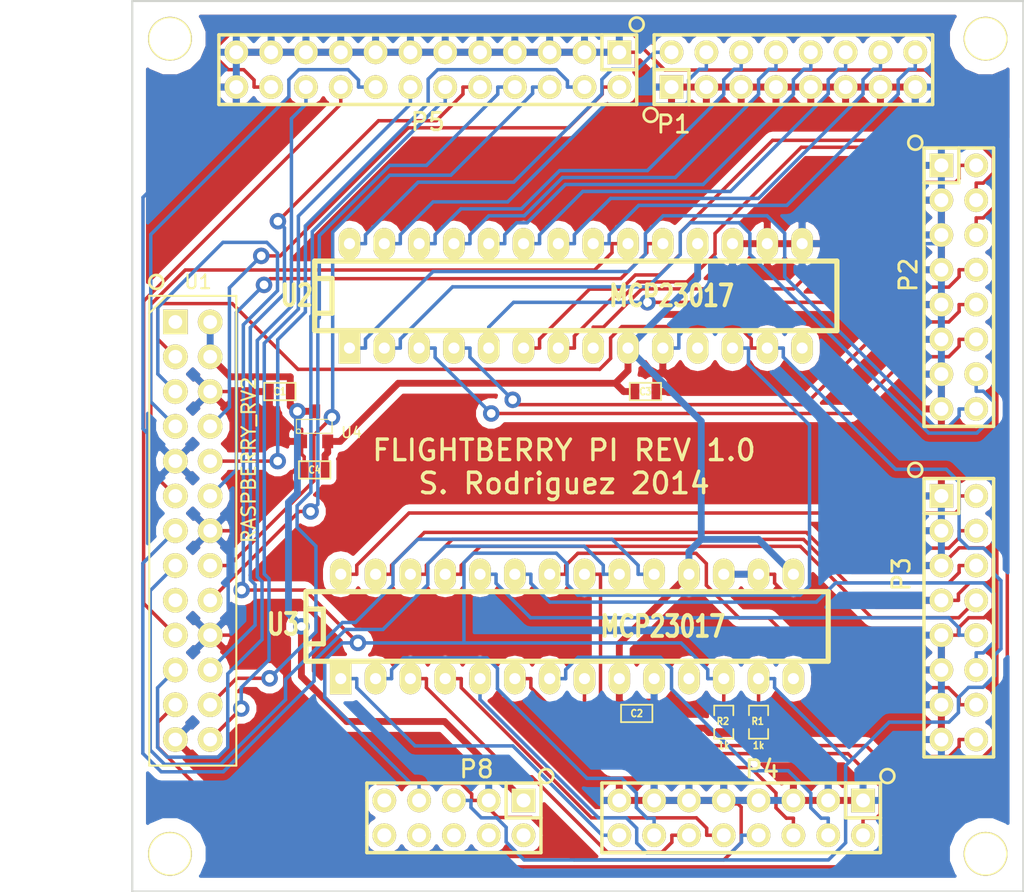
<source format=kicad_pcb>
(kicad_pcb (version 3) (host pcbnew "(2014-04-07 BZR 4791)-product")
  (layers (15 F.Cu signal) (0 B.Cu signal) (18 B.Paste user) (19 F.Paste user) (20 B.SilkS user) (21 F.SilkS user) (22 B.Mask user) (23 F.Mask user) (28 Edge.Cuts user))
  (net 0 "")
  (net 1 GND)
  (net 2 /E1_A7)
  (net 3 /E1_A6)
  (net 4 /E1_A5)
  (net 5 /E1_A4)
  (net 6 /E1_A3)
  (net 7 /E1_A2)
  (net 8 /E1_A1)
  (net 9 /E1_A0)
  (net 10 /E1_B7)
  (net 11 /E1_B6)
  (net 12 /E1_B5)
  (net 13 /E1_B4)
  (net 14 /E1_B3)
  (net 15 /E1_B2)
  (net 16 /E1_B1)
  (net 17 /E1_B0)
  (net 18 /E2_A7)
  (net 19 /E2_A6)
  (net 20 /E2_A5)
  (net 21 /E2_A4)
  (net 22 /E2_A3)
  (net 23 /E2_A2)
  (net 24 /E2_A1)
  (net 25 /E2_A0)
  (net 26 /E2_B7)
  (net 27 /E2_B6)
  (net 28 /E2_B5)
  (net 29 /E2_B4)
  (net 30 /E2_B3)
  (net 31 /E2_B2)
  (net 32 /E2_B1)
  (net 33 /E2_B0)
  (net 34 /TX)
  (net 35 /RX)
  (net 36 /GP4_23)
  (net 37 /GP5_24)
  (net 38 /GP6_25)
  (net 39 /CE0)
  (net 40 /CE1)
  (net 41 /GP7_4)
  (net 42 /MOSI)
  (net 43 /MISO)
  (net 44 /SCLK)
  (net 45 "Net-(P6-Pad1)")
  (net 46 "Net-(P7-Pad1)")
  (net 47 +5V)
  (net 48 "Net-(P8-Pad2)")
  (net 49 "Net-(P8-Pad4)")
  (net 50 /SDA)
  (net 51 "Net-(P8-Pad6)")
  (net 52 /SCL)
  (net 53 "Net-(P8-Pad8)")
  (net 54 "Net-(P8-Pad9)")
  (net 55 "Net-(P8-Pad10)")
  (net 56 "Net-(P9-Pad1)")
  (net 57 "Net-(P10-Pad1)")
  (net 58 +3.3V)
  (net 59 /INTA_EXT1)
  (net 60 /INTB_EXT1)
  (net 61 /INTA_EXT2)
  (net 62 /INTB_EXT2)
  (net 63 "Net-(U1-Pad17)")
  (net 64 "Net-(U2-Pad11)")
  (net 65 "Net-(U2-Pad14)")
  (net 66 "Net-(U3-Pad11)")
  (net 67 "Net-(U3-Pad14)")
  (net 68 "Net-(U1-Pad1)")
  (module Pin_Headers:Pin_Header_Straight_2x08 (layer F.Cu) (at 125.73 80.01)
    (fp_text reference P1 (at -8.73 3.99) (layer F.SilkS) (effects (font (size 1.27 1.27) (thickness 0.2032))))
    (fp_text value CONN_8X2 hide)
    (pad 1 thru_hole rect (at -8.89 1.27) (size 1.7272 1.7272) (drill 1.016) (layers *.Cu *.Mask F.SilkS) (net 1 GND))
    (pad 2 thru_hole oval (at -8.89 -1.27) (size 1.7272 1.7272) (drill 1.016) (layers *.Cu *.Mask F.SilkS) (net 2 /E1_A7))
    (pad 3 thru_hole oval (at -6.35 1.27) (size 1.7272 1.7272) (drill 1.016) (layers *.Cu *.Mask F.SilkS) (net 1 GND))
    (pad 4 thru_hole oval (at -6.35 -1.27) (size 1.7272 1.7272) (drill 1.016) (layers *.Cu *.Mask F.SilkS) (net 3 /E1_A6))
    (pad 5 thru_hole oval (at -3.81 1.27) (size 1.7272 1.7272) (drill 1.016) (layers *.Cu *.Mask F.SilkS) (net 1 GND))
    (pad 6 thru_hole oval (at -3.81 -1.27) (size 1.7272 1.7272) (drill 1.016) (layers *.Cu *.Mask F.SilkS) (net 4 /E1_A5))
    (pad 7 thru_hole oval (at -1.27 1.27) (size 1.7272 1.7272) (drill 1.016) (layers *.Cu *.Mask F.SilkS) (net 1 GND))
    (pad 8 thru_hole oval (at -1.27 -1.27) (size 1.7272 1.7272) (drill 1.016) (layers *.Cu *.Mask F.SilkS) (net 5 /E1_A4))
    (pad 9 thru_hole oval (at 1.27 1.27) (size 1.7272 1.7272) (drill 1.016) (layers *.Cu *.Mask F.SilkS) (net 1 GND))
    (pad 10 thru_hole oval (at 1.27 -1.27) (size 1.7272 1.7272) (drill 1.016) (layers *.Cu *.Mask F.SilkS) (net 6 /E1_A3))
    (pad 11 thru_hole oval (at 3.81 1.27) (size 1.7272 1.7272) (drill 1.016) (layers *.Cu *.Mask F.SilkS) (net 1 GND))
    (pad 12 thru_hole oval (at 3.81 -1.27) (size 1.7272 1.7272) (drill 1.016) (layers *.Cu *.Mask F.SilkS) (net 7 /E1_A2))
    (pad 13 thru_hole oval (at 6.35 1.27) (size 1.7272 1.7272) (drill 1.016) (layers *.Cu *.Mask F.SilkS) (net 1 GND))
    (pad 14 thru_hole oval (at 6.35 -1.27) (size 1.7272 1.7272) (drill 1.016) (layers *.Cu *.Mask F.SilkS) (net 8 /E1_A1))
    (pad 15 thru_hole oval (at 8.89 1.27) (size 1.7272 1.7272) (drill 1.016) (layers *.Cu *.Mask F.SilkS) (net 1 GND))
    (pad 16 thru_hole oval (at 8.89 -1.27) (size 1.7272 1.7272) (drill 1.016) (layers *.Cu *.Mask F.SilkS) (net 9 /E1_A0))
  )
  (module Pin_Headers:Pin_Header_Straight_2x08 (layer F.Cu) (at 137.795 95.885 270)
    (fp_text reference P2 (at -0.889 3.683 270) (layer F.SilkS) (effects (font (size 1.27 1.27) (thickness 0.2032))))
    (fp_text value CONN_8X2 hide)
    (pad 1 thru_hole rect (at -8.89 1.27 270) (size 1.7272 1.7272) (drill 1.016) (layers *.Cu *.Mask F.SilkS) (net 1 GND))
    (pad 2 thru_hole oval (at -8.89 -1.27 270) (size 1.7272 1.7272) (drill 1.016) (layers *.Cu *.Mask F.SilkS) (net 10 /E1_B7))
    (pad 3 thru_hole oval (at -6.35 1.27 270) (size 1.7272 1.7272) (drill 1.016) (layers *.Cu *.Mask F.SilkS) (net 1 GND))
    (pad 4 thru_hole oval (at -6.35 -1.27 270) (size 1.7272 1.7272) (drill 1.016) (layers *.Cu *.Mask F.SilkS) (net 11 /E1_B6))
    (pad 5 thru_hole oval (at -3.81 1.27 270) (size 1.7272 1.7272) (drill 1.016) (layers *.Cu *.Mask F.SilkS) (net 1 GND))
    (pad 6 thru_hole oval (at -3.81 -1.27 270) (size 1.7272 1.7272) (drill 1.016) (layers *.Cu *.Mask F.SilkS) (net 12 /E1_B5))
    (pad 7 thru_hole oval (at -1.27 1.27 270) (size 1.7272 1.7272) (drill 1.016) (layers *.Cu *.Mask F.SilkS) (net 1 GND))
    (pad 8 thru_hole oval (at -1.27 -1.27 270) (size 1.7272 1.7272) (drill 1.016) (layers *.Cu *.Mask F.SilkS) (net 13 /E1_B4))
    (pad 9 thru_hole oval (at 1.27 1.27 270) (size 1.7272 1.7272) (drill 1.016) (layers *.Cu *.Mask F.SilkS) (net 1 GND))
    (pad 10 thru_hole oval (at 1.27 -1.27 270) (size 1.7272 1.7272) (drill 1.016) (layers *.Cu *.Mask F.SilkS) (net 14 /E1_B3))
    (pad 11 thru_hole oval (at 3.81 1.27 270) (size 1.7272 1.7272) (drill 1.016) (layers *.Cu *.Mask F.SilkS) (net 1 GND))
    (pad 12 thru_hole oval (at 3.81 -1.27 270) (size 1.7272 1.7272) (drill 1.016) (layers *.Cu *.Mask F.SilkS) (net 15 /E1_B2))
    (pad 13 thru_hole oval (at 6.35 1.27 270) (size 1.7272 1.7272) (drill 1.016) (layers *.Cu *.Mask F.SilkS) (net 1 GND))
    (pad 14 thru_hole oval (at 6.35 -1.27 270) (size 1.7272 1.7272) (drill 1.016) (layers *.Cu *.Mask F.SilkS) (net 16 /E1_B1))
    (pad 15 thru_hole oval (at 8.89 1.27 270) (size 1.7272 1.7272) (drill 1.016) (layers *.Cu *.Mask F.SilkS) (net 1 GND))
    (pad 16 thru_hole oval (at 8.89 -1.27 270) (size 1.7272 1.7272) (drill 1.016) (layers *.Cu *.Mask F.SilkS) (net 17 /E1_B0))
  )
  (module Pin_Headers:Pin_Header_Straight_2x08 (layer F.Cu) (at 137.795 120.015 270)
    (fp_text reference P3 (at -3.175 4.191 270) (layer F.SilkS) (effects (font (size 1.27 1.27) (thickness 0.2032))))
    (fp_text value CONN_8X2 hide)
    (pad 1 thru_hole rect (at -8.89 1.27 270) (size 1.7272 1.7272) (drill 1.016) (layers *.Cu *.Mask F.SilkS) (net 1 GND))
    (pad 2 thru_hole oval (at -8.89 -1.27 270) (size 1.7272 1.7272) (drill 1.016) (layers *.Cu *.Mask F.SilkS) (net 18 /E2_A7))
    (pad 3 thru_hole oval (at -6.35 1.27 270) (size 1.7272 1.7272) (drill 1.016) (layers *.Cu *.Mask F.SilkS) (net 1 GND))
    (pad 4 thru_hole oval (at -6.35 -1.27 270) (size 1.7272 1.7272) (drill 1.016) (layers *.Cu *.Mask F.SilkS) (net 19 /E2_A6))
    (pad 5 thru_hole oval (at -3.81 1.27 270) (size 1.7272 1.7272) (drill 1.016) (layers *.Cu *.Mask F.SilkS) (net 1 GND))
    (pad 6 thru_hole oval (at -3.81 -1.27 270) (size 1.7272 1.7272) (drill 1.016) (layers *.Cu *.Mask F.SilkS) (net 20 /E2_A5))
    (pad 7 thru_hole oval (at -1.27 1.27 270) (size 1.7272 1.7272) (drill 1.016) (layers *.Cu *.Mask F.SilkS) (net 1 GND))
    (pad 8 thru_hole oval (at -1.27 -1.27 270) (size 1.7272 1.7272) (drill 1.016) (layers *.Cu *.Mask F.SilkS) (net 21 /E2_A4))
    (pad 9 thru_hole oval (at 1.27 1.27 270) (size 1.7272 1.7272) (drill 1.016) (layers *.Cu *.Mask F.SilkS) (net 1 GND))
    (pad 10 thru_hole oval (at 1.27 -1.27 270) (size 1.7272 1.7272) (drill 1.016) (layers *.Cu *.Mask F.SilkS) (net 22 /E2_A3))
    (pad 11 thru_hole oval (at 3.81 1.27 270) (size 1.7272 1.7272) (drill 1.016) (layers *.Cu *.Mask F.SilkS) (net 1 GND))
    (pad 12 thru_hole oval (at 3.81 -1.27 270) (size 1.7272 1.7272) (drill 1.016) (layers *.Cu *.Mask F.SilkS) (net 23 /E2_A2))
    (pad 13 thru_hole oval (at 6.35 1.27 270) (size 1.7272 1.7272) (drill 1.016) (layers *.Cu *.Mask F.SilkS) (net 1 GND))
    (pad 14 thru_hole oval (at 6.35 -1.27 270) (size 1.7272 1.7272) (drill 1.016) (layers *.Cu *.Mask F.SilkS) (net 24 /E2_A1))
    (pad 15 thru_hole oval (at 8.89 1.27 270) (size 1.7272 1.7272) (drill 1.016) (layers *.Cu *.Mask F.SilkS) (net 1 GND))
    (pad 16 thru_hole oval (at 8.89 -1.27 270) (size 1.7272 1.7272) (drill 1.016) (layers *.Cu *.Mask F.SilkS) (net 25 /E2_A0))
  )
  (module Pin_Headers:Pin_Header_Straight_2x08 (layer F.Cu) (at 121.92 134.62 180)
    (fp_text reference P4 (at -1.524 3.556 180) (layer F.SilkS) (effects (font (size 1.27 1.27) (thickness 0.2032))))
    (fp_text value CONN_8X2 hide)
    (pad 1 thru_hole rect (at -8.89 1.27 180) (size 1.7272 1.7272) (drill 1.016) (layers *.Cu *.Mask F.SilkS) (net 1 GND))
    (pad 2 thru_hole oval (at -8.89 -1.27 180) (size 1.7272 1.7272) (drill 1.016) (layers *.Cu *.Mask F.SilkS) (net 26 /E2_B7))
    (pad 3 thru_hole oval (at -6.35 1.27 180) (size 1.7272 1.7272) (drill 1.016) (layers *.Cu *.Mask F.SilkS) (net 1 GND))
    (pad 4 thru_hole oval (at -6.35 -1.27 180) (size 1.7272 1.7272) (drill 1.016) (layers *.Cu *.Mask F.SilkS) (net 27 /E2_B6))
    (pad 5 thru_hole oval (at -3.81 1.27 180) (size 1.7272 1.7272) (drill 1.016) (layers *.Cu *.Mask F.SilkS) (net 1 GND))
    (pad 6 thru_hole oval (at -3.81 -1.27 180) (size 1.7272 1.7272) (drill 1.016) (layers *.Cu *.Mask F.SilkS) (net 28 /E2_B5))
    (pad 7 thru_hole oval (at -1.27 1.27 180) (size 1.7272 1.7272) (drill 1.016) (layers *.Cu *.Mask F.SilkS) (net 1 GND))
    (pad 8 thru_hole oval (at -1.27 -1.27 180) (size 1.7272 1.7272) (drill 1.016) (layers *.Cu *.Mask F.SilkS) (net 29 /E2_B4))
    (pad 9 thru_hole oval (at 1.27 1.27 180) (size 1.7272 1.7272) (drill 1.016) (layers *.Cu *.Mask F.SilkS) (net 1 GND))
    (pad 10 thru_hole oval (at 1.27 -1.27 180) (size 1.7272 1.7272) (drill 1.016) (layers *.Cu *.Mask F.SilkS) (net 30 /E2_B3))
    (pad 11 thru_hole oval (at 3.81 1.27 180) (size 1.7272 1.7272) (drill 1.016) (layers *.Cu *.Mask F.SilkS) (net 1 GND))
    (pad 12 thru_hole oval (at 3.81 -1.27 180) (size 1.7272 1.7272) (drill 1.016) (layers *.Cu *.Mask F.SilkS) (net 31 /E2_B2))
    (pad 13 thru_hole oval (at 6.35 1.27 180) (size 1.7272 1.7272) (drill 1.016) (layers *.Cu *.Mask F.SilkS) (net 1 GND))
    (pad 14 thru_hole oval (at 6.35 -1.27 180) (size 1.7272 1.7272) (drill 1.016) (layers *.Cu *.Mask F.SilkS) (net 32 /E2_B1))
    (pad 15 thru_hole oval (at 8.89 1.27 180) (size 1.7272 1.7272) (drill 1.016) (layers *.Cu *.Mask F.SilkS) (net 1 GND))
    (pad 16 thru_hole oval (at 8.89 -1.27 180) (size 1.7272 1.7272) (drill 1.016) (layers *.Cu *.Mask F.SilkS) (net 33 /E2_B0))
  )
  (module Pin_Headers:Pin_Header_Straight_2x12 (layer F.Cu) (at 99.06 80.01 180)
    (fp_text reference P5 (at 0 -3.81 180) (layer F.SilkS) (effects (font (size 1.27 1.27) (thickness 0.2032))))
    (fp_text value CONN_12X2 hide)
    (pad 1 thru_hole rect (at -13.97 1.27 180) (size 1.7272 1.7272) (drill 1.016) (layers *.Cu *.Mask F.SilkS) (net 1 GND))
    (pad 2 thru_hole oval (at -13.97 -1.27 180) (size 1.7272 1.7272) (drill 1.016) (layers *.Cu *.Mask F.SilkS) (net 34 /TX))
    (pad 3 thru_hole oval (at -11.43 1.27 180) (size 1.7272 1.7272) (drill 1.016) (layers *.Cu *.Mask F.SilkS) (net 1 GND))
    (pad 4 thru_hole oval (at -11.43 -1.27 180) (size 1.7272 1.7272) (drill 1.016) (layers *.Cu *.Mask F.SilkS) (net 35 /RX))
    (pad 5 thru_hole oval (at -8.89 1.27 180) (size 1.7272 1.7272) (drill 1.016) (layers *.Cu *.Mask F.SilkS) (net 1 GND))
    (pad 6 thru_hole oval (at -8.89 -1.27 180) (size 1.7272 1.7272) (drill 1.016) (layers *.Cu *.Mask F.SilkS) (net 36 /GP4_23))
    (pad 7 thru_hole oval (at -6.35 1.27 180) (size 1.7272 1.7272) (drill 1.016) (layers *.Cu *.Mask F.SilkS) (net 1 GND))
    (pad 8 thru_hole oval (at -6.35 -1.27 180) (size 1.7272 1.7272) (drill 1.016) (layers *.Cu *.Mask F.SilkS) (net 37 /GP5_24))
    (pad 9 thru_hole oval (at -3.81 1.27 180) (size 1.7272 1.7272) (drill 1.016) (layers *.Cu *.Mask F.SilkS) (net 1 GND))
    (pad 10 thru_hole oval (at -3.81 -1.27 180) (size 1.7272 1.7272) (drill 1.016) (layers *.Cu *.Mask F.SilkS) (net 38 /GP6_25))
    (pad 11 thru_hole oval (at -1.27 1.27 180) (size 1.7272 1.7272) (drill 1.016) (layers *.Cu *.Mask F.SilkS) (net 1 GND))
    (pad 12 thru_hole oval (at -1.27 -1.27 180) (size 1.7272 1.7272) (drill 1.016) (layers *.Cu *.Mask F.SilkS) (net 39 /CE0))
    (pad 13 thru_hole oval (at 1.27 1.27 180) (size 1.7272 1.7272) (drill 1.016) (layers *.Cu *.Mask F.SilkS) (net 1 GND))
    (pad 14 thru_hole oval (at 1.27 -1.27 180) (size 1.7272 1.7272) (drill 1.016) (layers *.Cu *.Mask F.SilkS) (net 40 /CE1))
    (pad 15 thru_hole oval (at 3.81 1.27 180) (size 1.7272 1.7272) (drill 1.016) (layers *.Cu *.Mask F.SilkS) (net 1 GND))
    (pad 16 thru_hole oval (at 3.81 -1.27 180) (size 1.7272 1.7272) (drill 1.016) (layers *.Cu *.Mask F.SilkS) (net 41 /GP7_4))
    (pad 17 thru_hole oval (at 6.35 1.27 180) (size 1.7272 1.7272) (drill 1.016) (layers *.Cu *.Mask F.SilkS) (net 1 GND))
    (pad 18 thru_hole oval (at 6.35 -1.27 180) (size 1.7272 1.7272) (drill 1.016) (layers *.Cu *.Mask F.SilkS) (net 42 /MOSI))
    (pad 19 thru_hole oval (at 8.89 1.27 180) (size 1.7272 1.7272) (drill 1.016) (layers *.Cu *.Mask F.SilkS) (net 1 GND))
    (pad 20 thru_hole oval (at 8.89 -1.27 180) (size 1.7272 1.7272) (drill 1.016) (layers *.Cu *.Mask F.SilkS) (net 43 /MISO))
    (pad 21 thru_hole oval (at 11.43 1.27 180) (size 1.7272 1.7272) (drill 1.016) (layers *.Cu *.Mask F.SilkS) (net 1 GND))
    (pad 22 thru_hole oval (at 11.43 -1.27 180) (size 1.7272 1.7272) (drill 1.016) (layers *.Cu *.Mask F.SilkS) (net 44 /SCLK))
    (pad 23 thru_hole oval (at 13.97 1.27 180) (size 1.7272 1.7272) (drill 1.016) (layers *.Cu *.Mask F.SilkS) (net 1 GND))
    (pad 24 thru_hole oval (at 13.97 -1.27 180) (size 1.7272 1.7272) (drill 1.016) (layers *.Cu *.Mask F.SilkS) (net 1 GND))
  )
  (module Saul_footprints:Mhole (layer F.Cu) (at 80.25 137.25)
    (fp_text reference P6 hide)
    (fp_text value CONN_1 hide)
    (pad 1 thru_hole circle (at 0 0) (size 3.2004 3.2004) (drill 2.99974) (layers *.Cu *.Mask F.SilkS) (net 45 "Net-(P6-Pad1)") (clearance 1.00076))
  )
  (module Saul_footprints:Mhole (layer F.Cu) (at 139.75 137.25)
    (fp_text reference P7 hide)
    (fp_text value CONN_1 hide)
    (pad 1 thru_hole circle (at 0 0) (size 3.2004 3.2004) (drill 2.99974) (layers *.Cu *.Mask F.SilkS) (net 46 "Net-(P7-Pad1)") (clearance 1.00076))
  )
  (module Pin_Headers:Pin_Header_Straight_2x05 (layer F.Cu) (at 100.965 134.62 180)
    (fp_text reference P8 (at -1.651 3.556 180) (layer F.SilkS) (effects (font (size 1.27 1.27) (thickness 0.2032))))
    (fp_text value CONN_5X2 hide)
    (pad 1 thru_hole rect (at -5.08 1.27 180) (size 1.7272 1.7272) (drill 1.016) (layers *.Cu *.Mask F.SilkS) (net 47 +5V))
    (pad 2 thru_hole oval (at -5.08 -1.27 180) (size 1.7272 1.7272) (drill 1.016) (layers *.Cu *.Mask F.SilkS) (net 48 "Net-(P8-Pad2)"))
    (pad 3 thru_hole oval (at -2.54 1.27 180) (size 1.7272 1.7272) (drill 1.016) (layers *.Cu *.Mask F.SilkS) (net 1 GND))
    (pad 4 thru_hole oval (at -2.54 -1.27 180) (size 1.7272 1.7272) (drill 1.016) (layers *.Cu *.Mask F.SilkS) (net 49 "Net-(P8-Pad4)"))
    (pad 5 thru_hole oval (at 0 1.27 180) (size 1.7272 1.7272) (drill 1.016) (layers *.Cu *.Mask F.SilkS) (net 50 /SDA))
    (pad 6 thru_hole oval (at 0 -1.27 180) (size 1.7272 1.7272) (drill 1.016) (layers *.Cu *.Mask F.SilkS) (net 51 "Net-(P8-Pad6)"))
    (pad 7 thru_hole oval (at 2.54 1.27 180) (size 1.7272 1.7272) (drill 1.016) (layers *.Cu *.Mask F.SilkS) (net 52 /SCL))
    (pad 8 thru_hole oval (at 2.54 -1.27 180) (size 1.7272 1.7272) (drill 1.016) (layers *.Cu *.Mask F.SilkS) (net 53 "Net-(P8-Pad8)"))
    (pad 9 thru_hole oval (at 5.08 1.27 180) (size 1.7272 1.7272) (drill 1.016) (layers *.Cu *.Mask F.SilkS) (net 54 "Net-(P8-Pad9)"))
    (pad 10 thru_hole oval (at 5.08 -1.27 180) (size 1.7272 1.7272) (drill 1.016) (layers *.Cu *.Mask F.SilkS) (net 55 "Net-(P8-Pad10)"))
  )
  (module Saul_footprints:Mhole (layer F.Cu) (at 80.25 77.75)
    (fp_text reference P9 hide)
    (fp_text value CONN_1 hide)
    (pad 1 thru_hole circle (at 0 0) (size 3.2004 3.2004) (drill 2.99974) (layers *.Cu *.Mask F.SilkS) (net 56 "Net-(P9-Pad1)") (clearance 1.00076))
  )
  (module Saul_footprints:Mhole (layer F.Cu) (at 139.75 77.75)
    (fp_text reference P10 hide)
    (fp_text value CONN_1 hide)
    (pad 1 thru_hole circle (at 0 0) (size 3.2004 3.2004) (drill 2.99974) (layers *.Cu *.Mask F.SilkS) (net 57 "Net-(P10-Pad1)") (clearance 1.00076))
  )
  (module SMD_Packages:SM0603_Resistor (layer F.Cu) (at 123.19 127.635 90)
    (fp_text reference R1 (at 0.0635 -0.0635 180) (layer F.SilkS) (effects (font (size 0.50038 0.4572) (thickness 0.1143))))
    (fp_text value 1k (at -1.69926 0 180) (layer F.SilkS) (effects (font (size 0.508 0.4572) (thickness 0.1143))))
    (pad 1 smd rect (at -0.762 0 90) (size 0.635 1.143) (layers F.Cu F.Paste F.Mask) (net 58 +3.3V))
    (pad 2 smd rect (at 0.762 0 90) (size 0.635 1.143) (layers F.Cu F.Paste F.Mask) (net 50 /SDA))
  )
  (module SMD_Packages:SM0603_Resistor (layer F.Cu) (at 120.65 127.635 90)
    (fp_text reference R2 (at 0.0635 -0.0635 180) (layer F.SilkS) (effects (font (size 0.50038 0.4572) (thickness 0.1143))))
    (fp_text value 1k (at -1.69926 0 180) (layer F.SilkS) (effects (font (size 0.508 0.4572) (thickness 0.1143))))
    (pad 1 smd rect (at -0.762 0 90) (size 0.635 1.143) (layers F.Cu F.Paste F.Mask) (net 58 +3.3V))
    (pad 2 smd rect (at 0.762 0 90) (size 0.635 1.143) (layers F.Cu F.Paste F.Mask) (net 52 /SCL))
  )
  (module fg_footprints:RASPBERRY_P1 (layer F.Cu) (at 81.915 98.425)
    (fp_text reference U1 (at 0.381 -2.921) (layer F.SilkS))
    (fp_text value RASPBERRY_RV2 (at 4.085 10.075 90) (layer F.SilkS))
    (pad 1 thru_hole rect (at -1.27 0) (size 1.8 1.8) (drill 1) (layers *.Cu *.Mask F.SilkS) (net 68 "Net-(U1-Pad1)"))
    (pad 2 thru_hole circle (at 1.27 0) (size 1.8 1.8) (drill 1) (layers *.Cu *.Mask F.SilkS) (net 47 +5V))
    (pad 3 thru_hole circle (at -1.27 2.54) (size 1.8 1.8) (drill 1) (layers *.Cu *.Mask F.SilkS) (net 50 /SDA))
    (pad 4 thru_hole circle (at 1.27 2.54) (size 1.8 1.8) (drill 1) (layers *.Cu *.Mask F.SilkS) (net 47 +5V))
    (pad 5 thru_hole circle (at -1.27 5.08) (size 1.8 1.8) (drill 1) (layers *.Cu *.Mask F.SilkS) (net 52 /SCL))
    (pad 6 thru_hole circle (at 1.27 5.08) (size 1.8 1.8) (drill 1) (layers *.Cu *.Mask F.SilkS) (net 1 GND))
    (pad 7 thru_hole circle (at -1.27 7.62) (size 1.8 1.8) (drill 1) (layers *.Cu *.Mask F.SilkS) (net 41 /GP7_4))
    (pad 8 thru_hole circle (at 1.27 7.62) (size 1.8 1.8) (drill 1) (layers *.Cu *.Mask F.SilkS) (net 34 /TX))
    (pad 9 thru_hole circle (at -1.27 10.16) (size 1.8 1.8) (drill 1) (layers *.Cu *.Mask F.SilkS) (net 1 GND))
    (pad 10 thru_hole circle (at 1.27 10.16) (size 1.8 1.8) (drill 1) (layers *.Cu *.Mask F.SilkS) (net 35 /RX))
    (pad 11 thru_hole circle (at -1.27 12.7) (size 1.8 1.8) (drill 1) (layers *.Cu *.Mask F.SilkS) (net 59 /INTA_EXT1))
    (pad 12 thru_hole circle (at 1.27 12.7) (size 1.8 1.8) (drill 1) (layers *.Cu *.Mask F.SilkS) (net 60 /INTB_EXT1))
    (pad 13 thru_hole circle (at -1.27 15.24) (size 1.8 1.8) (drill 1) (layers *.Cu *.Mask F.SilkS) (net 61 /INTA_EXT2))
    (pad 14 thru_hole circle (at 1.27 15.24) (size 1.8 1.8) (drill 1) (layers *.Cu *.Mask F.SilkS) (net 1 GND))
    (pad 15 thru_hole circle (at -1.27 17.78) (size 1.8 1.8) (drill 1) (layers *.Cu *.Mask F.SilkS) (net 62 /INTB_EXT2))
    (pad 16 thru_hole circle (at 1.27 17.78) (size 1.8 1.8) (drill 1) (layers *.Cu *.Mask F.SilkS) (net 36 /GP4_23))
    (pad 17 thru_hole circle (at -1.27 20.32) (size 1.8 1.8) (drill 1) (layers *.Cu *.Mask F.SilkS) (net 63 "Net-(U1-Pad17)"))
    (pad 18 thru_hole circle (at 1.27 20.32) (size 1.8 1.8) (drill 1) (layers *.Cu *.Mask F.SilkS) (net 37 /GP5_24))
    (pad 19 thru_hole circle (at -1.27 22.86) (size 1.8 1.8) (drill 1) (layers *.Cu *.Mask F.SilkS) (net 42 /MOSI))
    (pad 20 thru_hole circle (at 1.27 22.86) (size 1.8 1.8) (drill 1) (layers *.Cu *.Mask F.SilkS) (net 1 GND))
    (pad 21 thru_hole circle (at -1.27 25.4) (size 1.8 1.8) (drill 1) (layers *.Cu *.Mask F.SilkS) (net 43 /MISO))
    (pad 22 thru_hole circle (at 1.27 25.4) (size 1.8 1.8) (drill 1) (layers *.Cu *.Mask F.SilkS) (net 38 /GP6_25))
    (pad 23 thru_hole circle (at -1.27 27.94) (size 1.8 1.8) (drill 1) (layers *.Cu *.Mask F.SilkS) (net 44 /SCLK))
    (pad 24 thru_hole circle (at 1.27 27.94) (size 1.8 1.8) (drill 1) (layers *.Cu *.Mask F.SilkS) (net 39 /CE0))
    (pad 25 thru_hole circle (at -1.27 30.48) (size 1.8 1.8) (drill 1) (layers *.Cu *.Mask F.SilkS) (net 1 GND))
    (pad 26 thru_hole circle (at 1.27 30.48) (size 1.8 1.8) (drill 1) (layers *.Cu *.Mask F.SilkS) (net 40 /CE1))
  )
  (module Sockets_DIP:DIP-28__300_ELL (layer F.Cu) (at 109.855 96.52)
    (fp_text reference U2 (at -20.355 -0.02) (layer F.SilkS) (effects (font (size 1.524 1.143) (thickness 0.3048))))
    (fp_text value MCP23017 (at 6.985 0) (layer F.SilkS) (effects (font (size 1.524 1.143) (thickness 0.3048))))
    (pad 2 thru_hole oval (at -13.97 3.81) (size 1.5748 2.286) (drill 0.8128) (layers *.Cu *.Mask F.SilkS) (net 16 /E1_B1))
    (pad 3 thru_hole oval (at -11.43 3.81) (size 1.5748 2.286) (drill 0.8128) (layers *.Cu *.Mask F.SilkS) (net 15 /E1_B2))
    (pad 4 thru_hole oval (at -8.89 3.81) (size 1.5748 2.286) (drill 0.8128) (layers *.Cu *.Mask F.SilkS) (net 14 /E1_B3))
    (pad 5 thru_hole oval (at -6.35 3.81) (size 1.5748 2.286) (drill 0.8128) (layers *.Cu *.Mask F.SilkS) (net 13 /E1_B4))
    (pad 6 thru_hole oval (at -3.81 3.81) (size 1.5748 2.286) (drill 0.8128) (layers *.Cu *.Mask F.SilkS) (net 12 /E1_B5))
    (pad 7 thru_hole oval (at -1.27 3.81) (size 1.5748 2.286) (drill 0.8128) (layers *.Cu *.Mask F.SilkS) (net 11 /E1_B6))
    (pad 8 thru_hole oval (at 1.27 3.81) (size 1.5748 2.286) (drill 0.8128) (layers *.Cu *.Mask F.SilkS) (net 10 /E1_B7))
    (pad 9 thru_hole oval (at 3.81 3.81) (size 1.5748 2.286) (drill 0.8128) (layers *.Cu *.Mask F.SilkS) (net 58 +3.3V))
    (pad 10 thru_hole oval (at 6.35 3.81) (size 1.5748 2.286) (drill 0.8128) (layers *.Cu *.Mask F.SilkS) (net 1 GND))
    (pad 11 thru_hole oval (at 8.89 3.81) (size 1.5748 2.286) (drill 0.8128) (layers *.Cu *.Mask F.SilkS) (net 64 "Net-(U2-Pad11)"))
    (pad 12 thru_hole oval (at 11.43 3.81) (size 1.5748 2.286) (drill 0.8128) (layers *.Cu *.Mask F.SilkS) (net 52 /SCL))
    (pad 13 thru_hole oval (at 13.97 3.81) (size 1.5748 2.286) (drill 0.8128) (layers *.Cu *.Mask F.SilkS) (net 50 /SDA))
    (pad 14 thru_hole oval (at 16.51 3.81) (size 1.5748 2.286) (drill 0.8128) (layers *.Cu *.Mask F.SilkS) (net 65 "Net-(U2-Pad14)"))
    (pad 1 thru_hole rect (at -16.51 3.81) (size 1.5748 2.286) (drill 0.8128) (layers *.Cu *.Mask F.SilkS) (net 17 /E1_B0))
    (pad 15 thru_hole oval (at 16.51 -3.81) (size 1.5748 2.286) (drill 0.8128) (layers *.Cu *.Mask F.SilkS) (net 1 GND))
    (pad 16 thru_hole oval (at 13.97 -3.81) (size 1.5748 2.286) (drill 0.8128) (layers *.Cu *.Mask F.SilkS) (net 1 GND))
    (pad 17 thru_hole oval (at 11.43 -3.81) (size 1.5748 2.286) (drill 0.8128) (layers *.Cu *.Mask F.SilkS) (net 1 GND))
    (pad 18 thru_hole oval (at 8.89 -3.81) (size 1.5748 2.286) (drill 0.8128) (layers *.Cu *.Mask F.SilkS) (net 58 +3.3V))
    (pad 19 thru_hole oval (at 6.35 -3.81) (size 1.5748 2.286) (drill 0.8128) (layers *.Cu *.Mask F.SilkS) (net 60 /INTB_EXT1))
    (pad 20 thru_hole oval (at 3.81 -3.81) (size 1.5748 2.286) (drill 0.8128) (layers *.Cu *.Mask F.SilkS) (net 59 /INTA_EXT1))
    (pad 21 thru_hole oval (at 1.27 -3.81) (size 1.5748 2.286) (drill 0.8128) (layers *.Cu *.Mask F.SilkS) (net 9 /E1_A0))
    (pad 22 thru_hole oval (at -1.27 -3.81) (size 1.5748 2.286) (drill 0.8128) (layers *.Cu *.Mask F.SilkS) (net 8 /E1_A1))
    (pad 23 thru_hole oval (at -3.81 -3.81) (size 1.5748 2.286) (drill 0.8128) (layers *.Cu *.Mask F.SilkS) (net 7 /E1_A2))
    (pad 24 thru_hole oval (at -6.35 -3.81) (size 1.5748 2.286) (drill 0.8128) (layers *.Cu *.Mask F.SilkS) (net 6 /E1_A3))
    (pad 25 thru_hole oval (at -8.89 -3.81) (size 1.5748 2.286) (drill 0.8128) (layers *.Cu *.Mask F.SilkS) (net 5 /E1_A4))
    (pad 26 thru_hole oval (at -11.43 -3.81) (size 1.5748 2.286) (drill 0.8128) (layers *.Cu *.Mask F.SilkS) (net 4 /E1_A5))
    (pad 27 thru_hole oval (at -13.97 -3.81) (size 1.5748 2.286) (drill 0.8128) (layers *.Cu *.Mask F.SilkS) (net 3 /E1_A6))
    (pad 28 thru_hole oval (at -16.51 -3.81) (size 1.5748 2.286) (drill 0.8128) (layers *.Cu *.Mask F.SilkS) (net 2 /E1_A7))
  )
  (module Sockets_DIP:DIP-28__300_ELL (layer F.Cu) (at 109.22 120.65)
    (fp_text reference U3 (at -20.72 -0.15) (layer F.SilkS) (effects (font (size 1.524 1.143) (thickness 0.3048))))
    (fp_text value MCP23017 (at 6.985 0) (layer F.SilkS) (effects (font (size 1.524 1.143) (thickness 0.3048))))
    (pad 2 thru_hole oval (at -13.97 3.81) (size 1.5748 2.286) (drill 0.8128) (layers *.Cu *.Mask F.SilkS) (net 32 /E2_B1))
    (pad 3 thru_hole oval (at -11.43 3.81) (size 1.5748 2.286) (drill 0.8128) (layers *.Cu *.Mask F.SilkS) (net 31 /E2_B2))
    (pad 4 thru_hole oval (at -8.89 3.81) (size 1.5748 2.286) (drill 0.8128) (layers *.Cu *.Mask F.SilkS) (net 30 /E2_B3))
    (pad 5 thru_hole oval (at -6.35 3.81) (size 1.5748 2.286) (drill 0.8128) (layers *.Cu *.Mask F.SilkS) (net 29 /E2_B4))
    (pad 6 thru_hole oval (at -3.81 3.81) (size 1.5748 2.286) (drill 0.8128) (layers *.Cu *.Mask F.SilkS) (net 28 /E2_B5))
    (pad 7 thru_hole oval (at -1.27 3.81) (size 1.5748 2.286) (drill 0.8128) (layers *.Cu *.Mask F.SilkS) (net 27 /E2_B6))
    (pad 8 thru_hole oval (at 1.27 3.81) (size 1.5748 2.286) (drill 0.8128) (layers *.Cu *.Mask F.SilkS) (net 26 /E2_B7))
    (pad 9 thru_hole oval (at 3.81 3.81) (size 1.5748 2.286) (drill 0.8128) (layers *.Cu *.Mask F.SilkS) (net 58 +3.3V))
    (pad 10 thru_hole oval (at 6.35 3.81) (size 1.5748 2.286) (drill 0.8128) (layers *.Cu *.Mask F.SilkS) (net 1 GND))
    (pad 11 thru_hole oval (at 8.89 3.81) (size 1.5748 2.286) (drill 0.8128) (layers *.Cu *.Mask F.SilkS) (net 66 "Net-(U3-Pad11)"))
    (pad 12 thru_hole oval (at 11.43 3.81) (size 1.5748 2.286) (drill 0.8128) (layers *.Cu *.Mask F.SilkS) (net 52 /SCL))
    (pad 13 thru_hole oval (at 13.97 3.81) (size 1.5748 2.286) (drill 0.8128) (layers *.Cu *.Mask F.SilkS) (net 50 /SDA))
    (pad 14 thru_hole oval (at 16.51 3.81) (size 1.5748 2.286) (drill 0.8128) (layers *.Cu *.Mask F.SilkS) (net 67 "Net-(U3-Pad14)"))
    (pad 1 thru_hole rect (at -16.51 3.81) (size 1.5748 2.286) (drill 0.8128) (layers *.Cu *.Mask F.SilkS) (net 33 /E2_B0))
    (pad 15 thru_hole oval (at 16.51 -3.81) (size 1.5748 2.286) (drill 0.8128) (layers *.Cu *.Mask F.SilkS) (net 58 +3.3V))
    (pad 16 thru_hole oval (at 13.97 -3.81) (size 1.5748 2.286) (drill 0.8128) (layers *.Cu *.Mask F.SilkS) (net 1 GND))
    (pad 17 thru_hole oval (at 11.43 -3.81) (size 1.5748 2.286) (drill 0.8128) (layers *.Cu *.Mask F.SilkS) (net 1 GND))
    (pad 18 thru_hole oval (at 8.89 -3.81) (size 1.5748 2.286) (drill 0.8128) (layers *.Cu *.Mask F.SilkS) (net 58 +3.3V))
    (pad 19 thru_hole oval (at 6.35 -3.81) (size 1.5748 2.286) (drill 0.8128) (layers *.Cu *.Mask F.SilkS) (net 62 /INTB_EXT2))
    (pad 20 thru_hole oval (at 3.81 -3.81) (size 1.5748 2.286) (drill 0.8128) (layers *.Cu *.Mask F.SilkS) (net 61 /INTA_EXT2))
    (pad 21 thru_hole oval (at 1.27 -3.81) (size 1.5748 2.286) (drill 0.8128) (layers *.Cu *.Mask F.SilkS) (net 25 /E2_A0))
    (pad 22 thru_hole oval (at -1.27 -3.81) (size 1.5748 2.286) (drill 0.8128) (layers *.Cu *.Mask F.SilkS) (net 24 /E2_A1))
    (pad 23 thru_hole oval (at -3.81 -3.81) (size 1.5748 2.286) (drill 0.8128) (layers *.Cu *.Mask F.SilkS) (net 23 /E2_A2))
    (pad 24 thru_hole oval (at -6.35 -3.81) (size 1.5748 2.286) (drill 0.8128) (layers *.Cu *.Mask F.SilkS) (net 22 /E2_A3))
    (pad 25 thru_hole oval (at -8.89 -3.81) (size 1.5748 2.286) (drill 0.8128) (layers *.Cu *.Mask F.SilkS) (net 21 /E2_A4))
    (pad 26 thru_hole oval (at -11.43 -3.81) (size 1.5748 2.286) (drill 0.8128) (layers *.Cu *.Mask F.SilkS) (net 20 /E2_A5))
    (pad 27 thru_hole oval (at -13.97 -3.81) (size 1.5748 2.286) (drill 0.8128) (layers *.Cu *.Mask F.SilkS) (net 19 /E2_A6))
    (pad 28 thru_hole oval (at -16.51 -3.81) (size 1.5748 2.286) (drill 0.8128) (layers *.Cu *.Mask F.SilkS) (net 18 /E2_A7))
  )
  (module SMD_Packages:SM0603 (layer F.Cu) (at 88.265 103.505 180)
    (fp_text reference C1 (at 0 0 180) (layer F.SilkS) (effects (font (size 0.508 0.4572) (thickness 0.1143))))
    (fp_text value 4.7u hide)
    (pad 1 smd rect (at -0.762 0 180) (size 0.635 1.143) (layers F.Cu F.Paste F.Mask) (net 47 +5V))
    (pad 2 smd rect (at 0.762 0 180) (size 0.635 1.143) (layers F.Cu F.Paste F.Mask) (net 1 GND))
  )
  (module SMD_Packages:SM0603 (layer F.Cu) (at 114.3 127)
    (fp_text reference C2 (at 0 0) (layer F.SilkS) (effects (font (size 0.508 0.4572) (thickness 0.1143))))
    (fp_text value 0.1u hide)
    (pad 1 smd rect (at -0.762 0) (size 0.635 1.143) (layers F.Cu F.Paste F.Mask) (net 58 +3.3V))
    (pad 2 smd rect (at 0.762 0) (size 0.635 1.143) (layers F.Cu F.Paste F.Mask) (net 1 GND))
  )
  (module SMD_Packages:SM0603 (layer F.Cu) (at 114.935 103.505)
    (fp_text reference C3 (at 0 0) (layer F.SilkS) (effects (font (size 0.508 0.4572) (thickness 0.1143))))
    (fp_text value 0.1u hide)
    (pad 1 smd rect (at -0.762 0) (size 0.635 1.143) (layers F.Cu F.Paste F.Mask) (net 58 +3.3V))
    (pad 2 smd rect (at 0.762 0) (size 0.635 1.143) (layers F.Cu F.Paste F.Mask) (net 1 GND))
  )
  (module SMD_Packages:SM0603 (layer F.Cu) (at 90.805 109.22 180)
    (fp_text reference C4 (at 0 0 180) (layer F.SilkS) (effects (font (size 0.508 0.4572) (thickness 0.1143))))
    (fp_text value 4.7u hide)
    (pad 1 smd rect (at -0.762 0 180) (size 0.635 1.143) (layers F.Cu F.Paste F.Mask) (net 58 +3.3V))
    (pad 2 smd rect (at 0.762 0 180) (size 0.635 1.143) (layers F.Cu F.Paste F.Mask) (net 1 GND))
  )
  (module SMD_Packages:SOT23 (layer F.Cu) (at 90.805 106.045)
    (fp_text reference U4 (at 2.695 0.455 180) (layer F.SilkS) (effects (font (size 0.762 0.762) (thickness 0.11938))))
    (fp_text value "" (at -22.805 -6.045) (layer F.SilkS) (effects (font (size 0.50038 0.50038) (thickness 0.09906))))
    (pad 3 smd rect (at 0 -1.09982) (size 0.8001 1.00076) (layers F.Cu F.Paste F.Mask) (net 47 +5V))
    (pad 2 smd rect (at 0.9525 1.09982) (size 0.8001 1.00076) (layers F.Cu F.Paste F.Mask) (net 58 +3.3V))
    (pad 1 smd rect (at -0.9525 1.09982) (size 0.8001 1.00076) (layers F.Cu F.Paste F.Mask) (net 1 GND))
  )
  (gr_circle (center 79.248 95.504) (end 79.248 94.996) (layer F.SilkS) (width 0.2))
  (gr_circle (center 114.3 76.708) (end 114.808 76.708) (layer F.SilkS) (width 0.2))
  (gr_circle (center 115.316 83.312) (end 115.824 83.312) (layer F.SilkS) (width 0.2))
  (gr_circle (center 134.62 85.344) (end 134.62 84.836) (layer F.SilkS) (width 0.2))
  (gr_circle (center 134.62 109.22) (end 134.62 108.712) (layer F.SilkS) (width 0.2))
  (gr_circle (center 132.588 131.572) (end 132.588 131.064) (layer F.SilkS) (width 0.2))
  (gr_circle (center 107.696 131.572) (end 107.696 132.08) (layer F.SilkS) (width 0.2))
  (gr_text "FLIGHTBERRY PI REV 1.0\nS. Rodriguez 2014" (at 109 109) (layer F.SilkS) (effects (font (size 1.5 1.5) (thickness 0.25))))
  (gr_line (start 77.5 140) (end 77.5 75) (angle 90) (layer Edge.Cuts) (width 0.15))
  (gr_line (start 142.5 140) (end 77.5 140) (angle 90) (layer Edge.Cuts) (width 0.15))
  (gr_line (start 142.5 75) (end 142.5 140) (angle 90) (layer Edge.Cuts) (width 0.15))
  (gr_line (start 77.5 75) (end 142.5 75) (angle 90) (layer Edge.Cuts) (width 0.15))
  (segment (start 87.503 103.505) (end 83.185 103.505) (width 0.254) (layer F.Cu) (net 1))
  (segment (start 120.65 116.84) (end 123.19 116.84) (width 0.254) (layer F.Cu) (net 1))
  (segment (start 115.57 124.46) (end 115.57 133.35) (width 0.254) (layer B.Cu) (net 1))
  (segment (start 121.285 92.71) (end 123.825 92.71) (width 0.254) (layer F.Cu) (net 1))
  (segment (start 85.09 78.74) (end 87.63 78.74) (width 0.254) (layer F.Cu) (net 1))
  (segment (start 92.71 78.74) (end 95.25 78.74) (width 0.254) (layer F.Cu) (net 1))
  (segment (start 95.25 78.74) (end 97.79 78.74) (width 0.254) (layer F.Cu) (net 1))
  (segment (start 97.79 78.74) (end 100.33 78.74) (width 0.254) (layer F.Cu) (net 1))
  (segment (start 100.33 78.74) (end 102.87 78.74) (width 0.254) (layer F.Cu) (net 1))
  (segment (start 102.87 78.74) (end 105.41 78.74) (width 0.254) (layer F.Cu) (net 1))
  (segment (start 105.41 78.74) (end 107.95 78.74) (width 0.254) (layer F.Cu) (net 1))
  (segment (start 107.95 78.74) (end 110.49 78.74) (width 0.254) (layer F.Cu) (net 1))
  (segment (start 110.49 78.74) (end 113.03 78.74) (width 0.254) (layer F.Cu) (net 1))
  (segment (start 113.03 133.35) (end 115.57 133.35) (width 0.254) (layer F.Cu) (net 1))
  (segment (start 115.57 133.35) (end 118.11 133.35) (width 0.254) (layer F.Cu) (net 1))
  (segment (start 125.73 133.35) (end 128.27 133.35) (width 0.254) (layer F.Cu) (net 1))
  (segment (start 128.27 133.35) (end 130.81 133.35) (width 0.254) (layer F.Cu) (net 1))
  (segment (start 136.525 123.825) (end 136.525 121.285) (width 0.254) (layer B.Cu) (net 1))
  (segment (start 136.525 113.665) (end 136.525 111.125) (width 0.254) (layer B.Cu) (net 1))
  (segment (start 123.825 92.71) (end 126.365 92.71) (width 0.254) (layer F.Cu) (net 1))
  (segment (start 134.62 81.28) (end 132.08 81.28) (width 0.254) (layer F.Cu) (net 1))
  (segment (start 132.08 81.28) (end 129.54 81.28) (width 0.254) (layer F.Cu) (net 1))
  (segment (start 129.54 81.28) (end 127 81.28) (width 0.254) (layer F.Cu) (net 1))
  (segment (start 127 81.28) (end 124.46 81.28) (width 0.254) (layer F.Cu) (net 1))
  (segment (start 124.46 81.28) (end 121.92 81.28) (width 0.254) (layer F.Cu) (net 1))
  (segment (start 121.92 81.28) (end 119.38 81.28) (width 0.254) (layer F.Cu) (net 1))
  (segment (start 92.71 78.74) (end 90.17 78.74) (width 0.254) (layer F.Cu) (net 1))
  (segment (start 90.17 78.74) (end 87.63 78.74) (width 0.254) (layer F.Cu) (net 1))
  (segment (start 119.38 81.28) (end 116.84 81.28) (width 0.254) (layer F.Cu) (net 1))
  (segment (start 114.2749 79.9598) (end 114.2749 78.74) (width 0.254) (layer F.Cu) (net 1))
  (segment (start 115.5951 81.28) (end 114.2749 79.9598) (width 0.254) (layer F.Cu) (net 1))
  (segment (start 116.84 81.28) (end 115.5951 81.28) (width 0.254) (layer F.Cu) (net 1))
  (segment (start 113.03 78.74) (end 114.2749 78.74) (width 0.254) (layer F.Cu) (net 1))
  (segment (start 136.525 128.905) (end 136.525 126.365) (width 0.254) (layer F.Cu) (net 1))
  (segment (start 136.525 113.665) (end 136.525 114.9099) (width 0.254) (layer B.Cu) (net 1))
  (segment (start 136.525 116.205) (end 136.525 114.9099) (width 0.254) (layer B.Cu) (net 1))
  (segment (start 115.697 102.3623) (end 115.697 103.505) (width 0.254) (layer F.Cu) (net 1))
  (segment (start 116.205 101.8543) (end 115.697 102.3623) (width 0.254) (layer F.Cu) (net 1))
  (segment (start 116.205 100.33) (end 116.205 101.8543) (width 0.254) (layer F.Cu) (net 1))
  (segment (start 136.525 111.125) (end 136.525 104.775) (width 0.254) (layer F.Cu) (net 1))
  (segment (start 136.525 126.365) (end 136.525 123.825) (width 0.254) (layer B.Cu) (net 1))
  (segment (start 126.365 92.71) (end 127.5337 92.71) (width 0.254) (layer B.Cu) (net 1))
  (segment (start 132.0549 132.1302) (end 135.2801 128.905) (width 0.254) (layer B.Cu) (net 1))
  (segment (start 132.0549 133.35) (end 132.0549 132.1302) (width 0.254) (layer B.Cu) (net 1))
  (segment (start 136.525 128.905) (end 135.2801 128.905) (width 0.254) (layer B.Cu) (net 1))
  (segment (start 130.81 133.35) (end 132.0549 133.35) (width 0.254) (layer B.Cu) (net 1))
  (segment (start 125.73 133.35) (end 123.19 133.35) (width 0.254) (layer B.Cu) (net 1))
  (segment (start 136.525 97.155) (end 136.525 99.695) (width 0.254) (layer B.Cu) (net 1))
  (segment (start 136.525 99.695) (end 136.525 102.235) (width 0.254) (layer B.Cu) (net 1))
  (segment (start 127.5337 92.71) (end 136.525 92.71) (width 0.254) (layer B.Cu) (net 1))
  (segment (start 136.525 97.155) (end 136.525 94.615) (width 0.254) (layer B.Cu) (net 1))
  (segment (start 136.525 94.615) (end 136.525 92.71) (width 0.254) (layer B.Cu) (net 1))
  (segment (start 136.525 92.71) (end 136.525 92.075) (width 0.254) (layer B.Cu) (net 1))
  (segment (start 136.525 92.075) (end 136.525 89.535) (width 0.254) (layer B.Cu) (net 1))
  (segment (start 136.525 104.775) (end 136.525 102.235) (width 0.254) (layer B.Cu) (net 1))
  (segment (start 123.19 133.35) (end 121.9451 133.35) (width 0.254) (layer F.Cu) (net 1))
  (segment (start 90.043 109.22) (end 90.043 108.2672) (width 0.254) (layer F.Cu) (net 1))
  (segment (start 89.8525 108.0767) (end 89.8525 107.1448) (width 0.254) (layer F.Cu) (net 1))
  (segment (start 90.043 108.2672) (end 89.8525 108.0767) (width 0.254) (layer F.Cu) (net 1))
  (segment (start 89.3083 106.2631) (end 87.503 104.4578) (width 0.254) (layer F.Cu) (net 1))
  (segment (start 89.8525 106.2631) (end 89.3083 106.2631) (width 0.254) (layer F.Cu) (net 1))
  (segment (start 89.8525 107.1448) (end 89.8525 106.2631) (width 0.254) (layer F.Cu) (net 1))
  (segment (start 87.503 103.505) (end 87.503 104.4578) (width 0.254) (layer F.Cu) (net 1))
  (segment (start 90.043 109.22) (end 89.3442 109.22) (width 0.254) (layer F.Cu) (net 1))
  (segment (start 88.6306 124.1497) (end 88.6306 125.3393) (width 0.254) (layer F.Cu) (net 1))
  (segment (start 85.7659 121.285) (end 88.6306 124.1497) (width 0.254) (layer F.Cu) (net 1))
  (segment (start 83.185 121.285) (end 85.7659 121.285) (width 0.254) (layer F.Cu) (net 1))
  (segment (start 81.9326 130.1926) (end 80.645 128.905) (width 0.254) (layer F.Cu) (net 1))
  (segment (start 83.7773 130.1926) (end 81.9326 130.1926) (width 0.254) (layer F.Cu) (net 1))
  (segment (start 88.6306 125.3393) (end 83.7773 130.1926) (width 0.254) (layer F.Cu) (net 1))
  (segment (start 95.3964 132.1051) (end 88.6306 125.3393) (width 0.254) (layer F.Cu) (net 1))
  (segment (start 101.4821 132.1051) (end 95.3964 132.1051) (width 0.254) (layer F.Cu) (net 1))
  (segment (start 102.2601 132.8831) (end 101.4821 132.1051) (width 0.254) (layer F.Cu) (net 1))
  (segment (start 102.2601 133.35) (end 102.2601 132.8831) (width 0.254) (layer F.Cu) (net 1))
  (segment (start 103.505 133.35) (end 102.9355 133.35) (width 0.254) (layer F.Cu) (net 1))
  (segment (start 102.9355 133.35) (end 102.2601 133.35) (width 0.254) (layer F.Cu) (net 1))
  (segment (start 121.92 133.8327) (end 121.6912 133.6039) (width 0.254) (layer F.Cu) (net 1))
  (segment (start 121.92 136.4325) (end 121.92 133.8327) (width 0.254) (layer F.Cu) (net 1))
  (segment (start 120.6618 137.6907) (end 121.92 136.4325) (width 0.254) (layer F.Cu) (net 1))
  (segment (start 109.7148 137.6907) (end 120.6618 137.6907) (width 0.254) (layer F.Cu) (net 1))
  (segment (start 106.6191 134.595) (end 109.7148 137.6907) (width 0.254) (layer F.Cu) (net 1))
  (segment (start 104.1805 134.595) (end 106.6191 134.595) (width 0.254) (layer F.Cu) (net 1))
  (segment (start 102.9355 133.35) (end 104.1805 134.595) (width 0.254) (layer F.Cu) (net 1))
  (segment (start 120.65 133.6039) (end 121.6912 133.6039) (width 0.254) (layer F.Cu) (net 1))
  (segment (start 121.6912 133.6039) (end 121.9451 133.35) (width 0.254) (layer F.Cu) (net 1))
  (segment (start 120.65 133.35) (end 120.65 133.4769) (width 0.254) (layer F.Cu) (net 1))
  (segment (start 120.65 133.4769) (end 120.65 133.6039) (width 0.254) (layer F.Cu) (net 1))
  (segment (start 119.4818 133.4769) (end 119.3549 133.35) (width 0.254) (layer F.Cu) (net 1))
  (segment (start 120.65 133.4769) (end 119.4818 133.4769) (width 0.254) (layer F.Cu) (net 1))
  (segment (start 118.11 133.35) (end 119.3549 133.35) (width 0.254) (layer F.Cu) (net 1))
  (segment (start 115.5071 126.0472) (end 115.062 126.0472) (width 0.254) (layer F.Cu) (net 1))
  (segment (start 115.57 125.9843) (end 115.5071 126.0472) (width 0.254) (layer F.Cu) (net 1))
  (segment (start 115.57 124.46) (end 115.57 125.9843) (width 0.254) (layer F.Cu) (net 1))
  (segment (start 115.062 127) (end 115.062 126.0472) (width 0.254) (layer F.Cu) (net 1))
  (segment (start 136.525 118.745) (end 137.7699 118.745) (width 0.254) (layer F.Cu) (net 1))
  (segment (start 123.19 116.84) (end 124.3587 116.84) (width 0.254) (layer F.Cu) (net 1))
  (segment (start 128.1607 121.285) (end 136.525 121.285) (width 0.254) (layer F.Cu) (net 1))
  (segment (start 124.3587 117.483) (end 128.1607 121.285) (width 0.254) (layer F.Cu) (net 1))
  (segment (start 124.3587 116.84) (end 124.3587 117.483) (width 0.254) (layer F.Cu) (net 1))
  (segment (start 140.31 119.3416) (end 140.31 117.475) (width 0.254) (layer F.Cu) (net 1))
  (segment (start 139.6366 120.015) (end 140.31 119.3416) (width 0.254) (layer F.Cu) (net 1))
  (segment (start 138.514 120.015) (end 139.6366 120.015) (width 0.254) (layer F.Cu) (net 1))
  (segment (start 137.7699 120.7591) (end 138.514 120.015) (width 0.254) (layer F.Cu) (net 1))
  (segment (start 137.7699 121.285) (end 137.7699 120.7591) (width 0.254) (layer F.Cu) (net 1))
  (segment (start 140.31 115.639) (end 140.31 117.475) (width 0.254) (layer F.Cu) (net 1))
  (segment (start 139.5809 114.9099) (end 140.31 115.639) (width 0.254) (layer F.Cu) (net 1))
  (segment (start 137.8201 114.9099) (end 139.5809 114.9099) (width 0.254) (layer F.Cu) (net 1))
  (segment (start 136.525 116.205) (end 137.8201 114.9099) (width 0.254) (layer F.Cu) (net 1))
  (segment (start 137.7699 118.2782) (end 137.7699 118.745) (width 0.254) (layer F.Cu) (net 1))
  (segment (start 138.5731 117.475) (end 137.7699 118.2782) (width 0.254) (layer F.Cu) (net 1))
  (segment (start 140.31 117.475) (end 138.5731 117.475) (width 0.254) (layer F.Cu) (net 1))
  (segment (start 136.525 121.285) (end 137.7699 121.285) (width 0.254) (layer F.Cu) (net 1))
  (segment (start 117.3737 99.1613) (end 117.3737 100.33) (width 0.254) (layer B.Cu) (net 1))
  (segment (start 121.285 95.25) (end 117.3737 99.1613) (width 0.254) (layer B.Cu) (net 1))
  (segment (start 121.285 92.71) (end 121.285 95.25) (width 0.254) (layer B.Cu) (net 1))
  (segment (start 116.205 100.33) (end 117.3737 100.33) (width 0.254) (layer B.Cu) (net 1))
  (segment (start 136.525 86.995) (end 136.525 89.535) (width 0.254) (layer B.Cu) (net 1))
  (segment (start 134.62 83.8451) (end 134.62 81.28) (width 0.254) (layer B.Cu) (net 1))
  (segment (start 136.525 85.7501) (end 134.62 83.8451) (width 0.254) (layer B.Cu) (net 1))
  (segment (start 136.525 86.995) (end 136.525 85.7501) (width 0.254) (layer B.Cu) (net 1))
  (segment (start 85.09 81.28) (end 85.09 78.74) (width 0.254) (layer B.Cu) (net 1))
  (segment (start 78.2834 106.2234) (end 80.645 108.585) (width 0.254) (layer B.Cu) (net 1))
  (segment (start 78.2834 89.3315) (end 78.2834 106.2234) (width 0.254) (layer B.Cu) (net 1))
  (segment (start 85.09 82.5249) (end 78.2834 89.3315) (width 0.254) (layer B.Cu) (net 1))
  (segment (start 85.09 81.28) (end 85.09 82.5249) (width 0.254) (layer B.Cu) (net 1))
  (segment (start 84.8992 113.665) (end 89.3442 109.22) (width 0.254) (layer F.Cu) (net 1))
  (segment (start 83.185 113.665) (end 84.8992 113.665) (width 0.254) (layer F.Cu) (net 1))
  (segment (start 84.497 119.973) (end 83.185 121.285) (width 0.254) (layer B.Cu) (net 1))
  (segment (start 84.497 114.977) (end 84.497 119.973) (width 0.254) (layer B.Cu) (net 1))
  (segment (start 83.185 113.665) (end 84.497 114.977) (width 0.254) (layer B.Cu) (net 1))
  (segment (start 93.345 92.71) (end 94.5137 92.71) (width 0.254) (layer B.Cu) (net 2))
  (segment (start 116.84 78.74) (end 115.5951 78.74) (width 0.254) (layer B.Cu) (net 2))
  (segment (start 94.5137 92.0639) (end 94.5137 92.71) (width 0.254) (layer B.Cu) (net 2))
  (segment (start 98.3545 88.2231) (end 94.5137 92.0639) (width 0.254) (layer B.Cu) (net 2))
  (segment (start 105.3257 88.2231) (end 98.3545 88.2231) (width 0.254) (layer B.Cu) (net 2))
  (segment (start 111.76 81.7888) (end 105.3257 88.2231) (width 0.254) (layer B.Cu) (net 2))
  (segment (start 111.76 80.7229) (end 111.76 81.7888) (width 0.254) (layer B.Cu) (net 2))
  (segment (start 112.4979 79.985) (end 111.76 80.7229) (width 0.254) (layer B.Cu) (net 2))
  (segment (start 114.3501 79.985) (end 112.4979 79.985) (width 0.254) (layer B.Cu) (net 2))
  (segment (start 115.5951 78.74) (end 114.3501 79.985) (width 0.254) (layer B.Cu) (net 2))
  (segment (start 118.8642 79.9849) (end 119.38 79.9849) (width 0.254) (layer B.Cu) (net 3))
  (segment (start 118.085 80.7641) (end 118.8642 79.9849) (width 0.254) (layer B.Cu) (net 3))
  (segment (start 118.085 82.3014) (end 118.085 80.7641) (width 0.254) (layer B.Cu) (net 3))
  (segment (start 117.8615 82.5249) (end 118.085 82.3014) (width 0.254) (layer B.Cu) (net 3))
  (segment (start 112.0219 82.5249) (end 117.8615 82.5249) (width 0.254) (layer B.Cu) (net 3))
  (segment (start 104.8862 89.6606) (end 112.0219 82.5249) (width 0.254) (layer B.Cu) (net 3))
  (segment (start 99.4457 89.6606) (end 104.8862 89.6606) (width 0.254) (layer B.Cu) (net 3))
  (segment (start 97.0537 92.0526) (end 99.4457 89.6606) (width 0.254) (layer B.Cu) (net 3))
  (segment (start 97.0537 92.71) (end 97.0537 92.0526) (width 0.254) (layer B.Cu) (net 3))
  (segment (start 95.885 92.71) (end 97.0537 92.71) (width 0.254) (layer B.Cu) (net 3))
  (segment (start 119.38 78.74) (end 119.38 79.9849) (width 0.254) (layer B.Cu) (net 3))
  (segment (start 98.425 92.71) (end 99.5937 92.71) (width 0.254) (layer B.Cu) (net 4))
  (segment (start 121.92 78.74) (end 121.92 79.9849) (width 0.254) (layer B.Cu) (net 4))
  (segment (start 99.5937 92.0526) (end 99.5937 92.71) (width 0.254) (layer B.Cu) (net 4))
  (segment (start 101.4773 90.169) (end 99.5937 92.0526) (width 0.254) (layer B.Cu) (net 4))
  (segment (start 105.8843 90.169) (end 101.4773 90.169) (width 0.254) (layer B.Cu) (net 4))
  (segment (start 108.6799 87.3734) (end 105.8843 90.169) (width 0.254) (layer B.Cu) (net 4))
  (segment (start 115.0823 87.3734) (end 108.6799 87.3734) (width 0.254) (layer B.Cu) (net 4))
  (segment (start 120.65 81.8057) (end 115.0823 87.3734) (width 0.254) (layer B.Cu) (net 4))
  (segment (start 120.65 80.7391) (end 120.65 81.8057) (width 0.254) (layer B.Cu) (net 4))
  (segment (start 121.4042 79.9849) (end 120.65 80.7391) (width 0.254) (layer B.Cu) (net 4))
  (segment (start 121.92 79.9849) (end 121.4042 79.9849) (width 0.254) (layer B.Cu) (net 4))
  (segment (start 100.965 92.71) (end 102.1337 92.71) (width 0.254) (layer B.Cu) (net 5))
  (segment (start 124.46 78.74) (end 124.46 79.9849) (width 0.254) (layer B.Cu) (net 5))
  (segment (start 102.1337 92.0526) (end 102.1337 92.71) (width 0.254) (layer B.Cu) (net 5))
  (segment (start 103.509 90.6773) (end 102.1337 92.0526) (width 0.254) (layer B.Cu) (net 5))
  (segment (start 106.0948 90.6773) (end 103.509 90.6773) (width 0.254) (layer B.Cu) (net 5))
  (segment (start 108.8904 87.8817) (end 106.0948 90.6773) (width 0.254) (layer B.Cu) (net 5))
  (segment (start 117.1139 87.8817) (end 108.8904 87.8817) (width 0.254) (layer B.Cu) (net 5))
  (segment (start 123.19 81.8056) (end 117.1139 87.8817) (width 0.254) (layer B.Cu) (net 5))
  (segment (start 123.19 80.7391) (end 123.19 81.8056) (width 0.254) (layer B.Cu) (net 5))
  (segment (start 123.9442 79.9849) (end 123.19 80.7391) (width 0.254) (layer B.Cu) (net 5))
  (segment (start 124.46 79.9849) (end 123.9442 79.9849) (width 0.254) (layer B.Cu) (net 5))
  (segment (start 103.505 92.71) (end 104.6737 92.71) (width 0.254) (layer B.Cu) (net 6))
  (segment (start 127 78.74) (end 127 79.9849) (width 0.254) (layer B.Cu) (net 6))
  (segment (start 104.6737 92.0526) (end 104.6737 92.71) (width 0.254) (layer B.Cu) (net 6))
  (segment (start 105.5407 91.1856) (end 104.6737 92.0526) (width 0.254) (layer B.Cu) (net 6))
  (segment (start 106.3053 91.1856) (end 105.5407 91.1856) (width 0.254) (layer B.Cu) (net 6))
  (segment (start 109.1009 88.39) (end 106.3053 91.1856) (width 0.254) (layer B.Cu) (net 6))
  (segment (start 119.1456 88.39) (end 109.1009 88.39) (width 0.254) (layer B.Cu) (net 6))
  (segment (start 125.73 81.8056) (end 119.1456 88.39) (width 0.254) (layer B.Cu) (net 6))
  (segment (start 125.73 80.7391) (end 125.73 81.8056) (width 0.254) (layer B.Cu) (net 6))
  (segment (start 126.4842 79.9849) (end 125.73 80.7391) (width 0.254) (layer B.Cu) (net 6))
  (segment (start 127 79.9849) (end 126.4842 79.9849) (width 0.254) (layer B.Cu) (net 6))
  (segment (start 106.045 92.71) (end 107.2137 92.71) (width 0.254) (layer B.Cu) (net 7))
  (segment (start 129.54 78.74) (end 129.54 79.9849) (width 0.254) (layer B.Cu) (net 7))
  (segment (start 107.2137 92.0526) (end 107.2137 92.71) (width 0.254) (layer B.Cu) (net 7))
  (segment (start 110.368 88.8983) (end 107.2137 92.0526) (width 0.254) (layer B.Cu) (net 7))
  (segment (start 121.1433 88.8983) (end 110.368 88.8983) (width 0.254) (layer B.Cu) (net 7))
  (segment (start 128.2699 81.7717) (end 121.1433 88.8983) (width 0.254) (layer B.Cu) (net 7))
  (segment (start 128.2699 80.7392) (end 128.2699 81.7717) (width 0.254) (layer B.Cu) (net 7))
  (segment (start 129.0242 79.9849) (end 128.2699 80.7392) (width 0.254) (layer B.Cu) (net 7))
  (segment (start 129.54 79.9849) (end 129.0242 79.9849) (width 0.254) (layer B.Cu) (net 7))
  (segment (start 108.585 92.71) (end 109.7537 92.71) (width 0.254) (layer B.Cu) (net 8))
  (segment (start 132.08 78.74) (end 132.08 79.9849) (width 0.254) (layer B.Cu) (net 8))
  (segment (start 109.7537 92.0526) (end 109.7537 92.71) (width 0.254) (layer B.Cu) (net 8))
  (segment (start 112.3997 89.4066) (end 109.7537 92.0526) (width 0.254) (layer B.Cu) (net 8))
  (segment (start 123.1907 89.4066) (end 112.3997 89.4066) (width 0.254) (layer B.Cu) (net 8))
  (segment (start 130.81 81.7873) (end 123.1907 89.4066) (width 0.254) (layer B.Cu) (net 8))
  (segment (start 130.81 80.7391) (end 130.81 81.7873) (width 0.254) (layer B.Cu) (net 8))
  (segment (start 131.5642 79.9849) (end 130.81 80.7391) (width 0.254) (layer B.Cu) (net 8))
  (segment (start 132.08 79.9849) (end 131.5642 79.9849) (width 0.254) (layer B.Cu) (net 8))
  (segment (start 134.62 78.74) (end 134.62 79.9849) (width 0.254) (layer B.Cu) (net 9))
  (segment (start 111.125 92.71) (end 112.2937 92.71) (width 0.254) (layer B.Cu) (net 9))
  (segment (start 112.2937 92.067) (end 112.2937 92.71) (width 0.254) (layer B.Cu) (net 9))
  (segment (start 114.4458 89.9149) (end 112.2937 92.067) (width 0.254) (layer B.Cu) (net 9))
  (segment (start 125.2528 89.9149) (end 114.4458 89.9149) (width 0.254) (layer B.Cu) (net 9))
  (segment (start 133.3751 81.7926) (end 125.2528 89.9149) (width 0.254) (layer B.Cu) (net 9))
  (segment (start 133.3751 80.7629) (end 133.3751 81.7926) (width 0.254) (layer B.Cu) (net 9))
  (segment (start 134.1531 79.9849) (end 133.3751 80.7629) (width 0.254) (layer B.Cu) (net 9))
  (segment (start 134.62 79.9849) (end 134.1531 79.9849) (width 0.254) (layer B.Cu) (net 9))
  (segment (start 111.125 100.33) (end 111.125 98.8057) (width 0.254) (layer F.Cu) (net 10))
  (segment (start 139.065 86.995) (end 137.8201 86.995) (width 0.254) (layer F.Cu) (net 10))
  (segment (start 111.8748 98.8057) (end 111.125 98.8057) (width 0.254) (layer F.Cu) (net 10))
  (segment (start 114.6697 96.0108) (end 111.8748 98.8057) (width 0.254) (layer F.Cu) (net 10))
  (segment (start 125.7376 96.0108) (end 114.6697 96.0108) (width 0.254) (layer F.Cu) (net 10))
  (segment (start 133.5084 88.24) (end 125.7376 96.0108) (width 0.254) (layer F.Cu) (net 10))
  (segment (start 137.5466 88.24) (end 133.5084 88.24) (width 0.254) (layer F.Cu) (net 10))
  (segment (start 137.8201 87.9665) (end 137.5466 88.24) (width 0.254) (layer F.Cu) (net 10))
  (segment (start 137.8201 86.995) (end 137.8201 87.9665) (width 0.254) (layer F.Cu) (net 10))
  (segment (start 108.585 100.33) (end 109.7537 100.33) (width 0.254) (layer F.Cu) (net 11))
  (segment (start 139.065 89.535) (end 139.065 88.2901) (width 0.254) (layer F.Cu) (net 11))
  (segment (start 109.7537 99.4535) (end 109.7537 100.33) (width 0.254) (layer F.Cu) (net 11))
  (segment (start 112.6708 96.5364) (end 109.7537 99.4535) (width 0.254) (layer F.Cu) (net 11))
  (segment (start 113.3755 96.5364) (end 112.6708 96.5364) (width 0.254) (layer F.Cu) (net 11))
  (segment (start 114.4094 95.5025) (end 113.3755 96.5364) (width 0.254) (layer F.Cu) (net 11))
  (segment (start 117.9719 95.5025) (end 114.4094 95.5025) (width 0.254) (layer F.Cu) (net 11))
  (segment (start 120.015 93.4594) (end 117.9719 95.5025) (width 0.254) (layer F.Cu) (net 11))
  (segment (start 120.015 91.9672) (end 120.015 93.4594) (width 0.254) (layer F.Cu) (net 11))
  (segment (start 126.3071 85.6751) (end 120.015 91.9672) (width 0.254) (layer F.Cu) (net 11))
  (segment (start 139.5501 85.6751) (end 126.3071 85.6751) (width 0.254) (layer F.Cu) (net 11))
  (segment (start 140.3172 86.4422) (end 139.5501 85.6751) (width 0.254) (layer F.Cu) (net 11))
  (segment (start 140.3172 87.5537) (end 140.3172 86.4422) (width 0.254) (layer F.Cu) (net 11))
  (segment (start 139.5808 88.2901) (end 140.3172 87.5537) (width 0.254) (layer F.Cu) (net 11))
  (segment (start 139.065 88.2901) (end 139.5808 88.2901) (width 0.254) (layer F.Cu) (net 11))
  (segment (start 106.045 100.33) (end 107.2137 100.33) (width 0.254) (layer F.Cu) (net 12))
  (segment (start 139.065 92.075) (end 139.065 90.8301) (width 0.254) (layer F.Cu) (net 12))
  (segment (start 107.2137 99.6726) (end 107.2137 100.33) (width 0.254) (layer F.Cu) (net 12))
  (segment (start 110.8582 96.0281) (end 107.2137 99.6726) (width 0.254) (layer F.Cu) (net 12))
  (segment (start 113.1649 96.0281) (end 110.8582 96.0281) (width 0.254) (layer F.Cu) (net 12))
  (segment (start 114.1988 94.9942) (end 113.1649 96.0281) (width 0.254) (layer F.Cu) (net 12))
  (segment (start 115.9657 94.9942) (end 114.1988 94.9942) (width 0.254) (layer F.Cu) (net 12))
  (segment (start 117.475 93.4849) (end 115.9657 94.9942) (width 0.254) (layer F.Cu) (net 12))
  (segment (start 117.475 91.9041) (end 117.475 93.4849) (width 0.254) (layer F.Cu) (net 12))
  (segment (start 124.2123 85.1668) (end 117.475 91.9041) (width 0.254) (layer F.Cu) (net 12))
  (segment (start 139.7606 85.1668) (end 124.2123 85.1668) (width 0.254) (layer F.Cu) (net 12))
  (segment (start 140.8255 86.2317) (end 139.7606 85.1668) (width 0.254) (layer F.Cu) (net 12))
  (segment (start 140.8255 89.5854) (end 140.8255 86.2317) (width 0.254) (layer F.Cu) (net 12))
  (segment (start 139.5808 90.8301) (end 140.8255 89.5854) (width 0.254) (layer F.Cu) (net 12))
  (segment (start 139.065 90.8301) (end 139.5808 90.8301) (width 0.254) (layer F.Cu) (net 12))
  (via (at 115.087 96.9921) (size 1.2) (layers F.Cu B.Cu) (net 13))
  (segment (start 139.065 94.615) (end 137.8201 94.615) (width 0.254) (layer F.Cu) (net 13))
  (segment (start 105.3186 96.9921) (end 115.087 96.9921) (width 0.254) (layer B.Cu) (net 13))
  (segment (start 103.505 98.8057) (end 105.3186 96.9921) (width 0.254) (layer B.Cu) (net 13))
  (segment (start 129.947 96.9921) (end 115.087 96.9921) (width 0.254) (layer F.Cu) (net 13))
  (segment (start 131.0541 95.885) (end 129.947 96.9921) (width 0.254) (layer F.Cu) (net 13))
  (segment (start 137.0659 95.885) (end 131.0541 95.885) (width 0.254) (layer F.Cu) (net 13))
  (segment (start 137.8201 95.1308) (end 137.0659 95.885) (width 0.254) (layer F.Cu) (net 13))
  (segment (start 137.8201 94.615) (end 137.8201 95.1308) (width 0.254) (layer F.Cu) (net 13))
  (segment (start 103.505 100.33) (end 103.505 98.8057) (width 0.254) (layer B.Cu) (net 13))
  (via (at 105.2537 104.1074) (size 1.2) (layers F.Cu B.Cu) (net 14))
  (segment (start 139.065 97.155) (end 137.8201 97.155) (width 0.254) (layer F.Cu) (net 14))
  (segment (start 100.965 100.33) (end 102.1337 100.33) (width 0.254) (layer B.Cu) (net 14))
  (segment (start 102.1337 100.9874) (end 105.2537 104.1074) (width 0.254) (layer B.Cu) (net 14))
  (segment (start 102.1337 100.33) (end 102.1337 100.9874) (width 0.254) (layer B.Cu) (net 14))
  (segment (start 105.6073 104.461) (end 105.2537 104.1074) (width 0.254) (layer F.Cu) (net 14))
  (segment (start 126.5898 104.461) (end 105.6073 104.461) (width 0.254) (layer F.Cu) (net 14))
  (segment (start 132.6258 98.425) (end 126.5898 104.461) (width 0.254) (layer F.Cu) (net 14))
  (segment (start 137.0659 98.425) (end 132.6258 98.425) (width 0.254) (layer F.Cu) (net 14))
  (segment (start 137.8201 97.6708) (end 137.0659 98.425) (width 0.254) (layer F.Cu) (net 14))
  (segment (start 137.8201 97.155) (end 137.8201 97.6708) (width 0.254) (layer F.Cu) (net 14))
  (via (at 103.6874 105.1055) (size 1.2) (layers F.Cu B.Cu) (net 15))
  (segment (start 139.065 99.695) (end 137.8201 99.695) (width 0.254) (layer F.Cu) (net 15))
  (segment (start 98.425 100.33) (end 99.5937 100.33) (width 0.254) (layer B.Cu) (net 15))
  (segment (start 99.5937 101.0118) (end 103.6874 105.1055) (width 0.254) (layer B.Cu) (net 15))
  (segment (start 99.5937 100.33) (end 99.5937 101.0118) (width 0.254) (layer B.Cu) (net 15))
  (segment (start 129.9315 105.1055) (end 103.6874 105.1055) (width 0.254) (layer F.Cu) (net 15))
  (segment (start 134.072 100.965) (end 129.9315 105.1055) (width 0.254) (layer F.Cu) (net 15))
  (segment (start 137.0659 100.965) (end 134.072 100.965) (width 0.254) (layer F.Cu) (net 15))
  (segment (start 137.8201 100.2108) (end 137.0659 100.965) (width 0.254) (layer F.Cu) (net 15))
  (segment (start 137.8201 99.695) (end 137.8201 100.2108) (width 0.254) (layer F.Cu) (net 15))
  (segment (start 95.885 100.33) (end 97.0537 100.33) (width 0.254) (layer B.Cu) (net 16))
  (segment (start 139.065 102.235) (end 139.065 103.4799) (width 0.254) (layer B.Cu) (net 16))
  (segment (start 139.5808 103.4799) (end 139.065 103.4799) (width 0.254) (layer B.Cu) (net 16))
  (segment (start 140.36 104.2591) (end 139.5808 103.4799) (width 0.254) (layer B.Cu) (net 16))
  (segment (start 140.36 105.2921) (end 140.36 104.2591) (width 0.254) (layer B.Cu) (net 16))
  (segment (start 139.1143 106.5378) (end 140.36 105.2921) (width 0.254) (layer B.Cu) (net 16))
  (segment (start 135.608 106.5378) (end 139.1143 106.5378) (width 0.254) (layer B.Cu) (net 16))
  (segment (start 122.555 93.4848) (end 135.608 106.5378) (width 0.254) (layer B.Cu) (net 16))
  (segment (start 122.555 91.9701) (end 122.555 93.4848) (width 0.254) (layer B.Cu) (net 16))
  (segment (start 121.7685 91.1836) (end 122.555 91.9701) (width 0.254) (layer B.Cu) (net 16))
  (segment (start 118.2044 91.1836) (end 121.7685 91.1836) (width 0.254) (layer B.Cu) (net 16))
  (segment (start 117.475 91.913) (end 118.2044 91.1836) (width 0.254) (layer B.Cu) (net 16))
  (segment (start 117.475 93.5135) (end 117.475 91.913) (width 0.254) (layer B.Cu) (net 16))
  (segment (start 115.1274 95.8611) (end 117.475 93.5135) (width 0.254) (layer B.Cu) (net 16))
  (segment (start 100.8652 95.8611) (end 115.1274 95.8611) (width 0.254) (layer B.Cu) (net 16))
  (segment (start 97.0537 99.6726) (end 100.8652 95.8611) (width 0.254) (layer B.Cu) (net 16))
  (segment (start 97.0537 100.33) (end 97.0537 99.6726) (width 0.254) (layer B.Cu) (net 16))
  (segment (start 137.8201 105.2908) (end 137.8201 104.775) (width 0.254) (layer B.Cu) (net 17))
  (segment (start 137.0815 106.0294) (end 137.8201 105.2908) (width 0.254) (layer B.Cu) (net 17))
  (segment (start 135.9986 106.0294) (end 137.0815 106.0294) (width 0.254) (layer B.Cu) (net 17))
  (segment (start 125.095 95.1258) (end 135.9986 106.0294) (width 0.254) (layer B.Cu) (net 17))
  (segment (start 125.095 91.9585) (end 125.095 95.1258) (width 0.254) (layer B.Cu) (net 17))
  (segment (start 123.8117 90.6752) (end 125.095 91.9585) (width 0.254) (layer B.Cu) (net 17))
  (segment (start 116.2287 90.6752) (end 123.8117 90.6752) (width 0.254) (layer B.Cu) (net 17))
  (segment (start 114.935 91.9689) (end 116.2287 90.6752) (width 0.254) (layer B.Cu) (net 17))
  (segment (start 114.935 93.4876) (end 114.935 91.9689) (width 0.254) (layer B.Cu) (net 17))
  (segment (start 113.6794 94.7432) (end 114.935 93.4876) (width 0.254) (layer B.Cu) (net 17))
  (segment (start 99.4431 94.7432) (end 113.6794 94.7432) (width 0.254) (layer B.Cu) (net 17))
  (segment (start 94.5137 99.6726) (end 99.4431 94.7432) (width 0.254) (layer B.Cu) (net 17))
  (segment (start 94.5137 100.33) (end 94.5137 99.6726) (width 0.254) (layer B.Cu) (net 17))
  (segment (start 93.345 100.33) (end 94.5137 100.33) (width 0.254) (layer B.Cu) (net 17))
  (segment (start 139.065 104.775) (end 137.8201 104.775) (width 0.254) (layer B.Cu) (net 17))
  (segment (start 137.8201 112.0965) (end 137.8201 111.125) (width 0.254) (layer F.Cu) (net 18))
  (segment (start 137.5466 112.37) (end 137.8201 112.0965) (width 0.254) (layer F.Cu) (net 18))
  (segment (start 97.6913 112.37) (end 137.5466 112.37) (width 0.254) (layer F.Cu) (net 18))
  (segment (start 93.8787 116.1826) (end 97.6913 112.37) (width 0.254) (layer F.Cu) (net 18))
  (segment (start 93.8787 116.84) (end 93.8787 116.1826) (width 0.254) (layer F.Cu) (net 18))
  (segment (start 92.71 116.84) (end 93.8787 116.84) (width 0.254) (layer F.Cu) (net 18))
  (segment (start 139.065 111.125) (end 137.8201 111.125) (width 0.254) (layer F.Cu) (net 18))
  (segment (start 95.25 116.84) (end 96.4187 116.84) (width 0.254) (layer F.Cu) (net 19))
  (segment (start 139.065 113.665) (end 137.8201 113.665) (width 0.254) (layer F.Cu) (net 19))
  (segment (start 96.4187 116.1826) (end 96.4187 116.84) (width 0.254) (layer F.Cu) (net 19))
  (segment (start 98.8155 113.7858) (end 96.4187 116.1826) (width 0.254) (layer F.Cu) (net 19))
  (segment (start 126.6788 113.7858) (end 98.8155 113.7858) (width 0.254) (layer F.Cu) (net 19))
  (segment (start 127.828 114.935) (end 126.6788 113.7858) (width 0.254) (layer F.Cu) (net 19))
  (segment (start 137.0659 114.935) (end 127.828 114.935) (width 0.254) (layer F.Cu) (net 19))
  (segment (start 137.8201 114.1808) (end 137.0659 114.935) (width 0.254) (layer F.Cu) (net 19))
  (segment (start 137.8201 113.665) (end 137.8201 114.1808) (width 0.254) (layer F.Cu) (net 19))
  (segment (start 97.79 116.84) (end 98.9587 116.84) (width 0.254) (layer F.Cu) (net 20))
  (segment (start 139.065 116.205) (end 137.8201 116.205) (width 0.254) (layer F.Cu) (net 20))
  (segment (start 98.9587 116.1826) (end 98.9587 116.84) (width 0.254) (layer F.Cu) (net 20))
  (segment (start 100.8472 114.2941) (end 98.9587 116.1826) (width 0.254) (layer F.Cu) (net 20))
  (segment (start 126.4683 114.2941) (end 100.8472 114.2941) (width 0.254) (layer F.Cu) (net 20))
  (segment (start 129.6492 117.475) (end 126.4683 114.2941) (width 0.254) (layer F.Cu) (net 20))
  (segment (start 137.0659 117.475) (end 129.6492 117.475) (width 0.254) (layer F.Cu) (net 20))
  (segment (start 137.8201 116.7208) (end 137.0659 117.475) (width 0.254) (layer F.Cu) (net 20))
  (segment (start 137.8201 116.205) (end 137.8201 116.7208) (width 0.254) (layer F.Cu) (net 20))
  (segment (start 101.4987 116.197) (end 101.4987 116.84) (width 0.254) (layer F.Cu) (net 21))
  (segment (start 102.8933 114.8024) (end 101.4987 116.197) (width 0.254) (layer F.Cu) (net 21))
  (segment (start 126.2336 114.8024) (end 102.8933 114.8024) (width 0.254) (layer F.Cu) (net 21))
  (segment (start 131.4462 120.015) (end 126.2336 114.8024) (width 0.254) (layer F.Cu) (net 21))
  (segment (start 137.795 120.015) (end 131.4462 120.015) (width 0.254) (layer F.Cu) (net 21))
  (segment (start 139.065 118.745) (end 137.795 120.015) (width 0.254) (layer F.Cu) (net 21))
  (segment (start 100.33 116.84) (end 101.4987 116.84) (width 0.254) (layer F.Cu) (net 21))
  (segment (start 137.8201 120.7692) (end 137.8201 121.285) (width 0.254) (layer B.Cu) (net 22))
  (segment (start 137.0659 120.015) (end 137.8201 120.7692) (width 0.254) (layer B.Cu) (net 22))
  (segment (start 106.5563 120.015) (end 137.0659 120.015) (width 0.254) (layer B.Cu) (net 22))
  (segment (start 104.0387 117.4974) (end 106.5563 120.015) (width 0.254) (layer B.Cu) (net 22))
  (segment (start 104.0387 116.84) (end 104.0387 117.4974) (width 0.254) (layer B.Cu) (net 22))
  (segment (start 102.87 116.84) (end 104.0387 116.84) (width 0.254) (layer B.Cu) (net 22))
  (segment (start 139.065 121.285) (end 137.8201 121.285) (width 0.254) (layer B.Cu) (net 22))
  (segment (start 105.41 116.84) (end 106.5787 116.84) (width 0.254) (layer B.Cu) (net 23))
  (segment (start 139.065 123.825) (end 139.065 122.5801) (width 0.254) (layer B.Cu) (net 23))
  (segment (start 139.5808 122.5801) (end 139.065 122.5801) (width 0.254) (layer B.Cu) (net 23))
  (segment (start 140.3625 121.7984) (end 139.5808 122.5801) (width 0.254) (layer B.Cu) (net 23))
  (segment (start 140.3625 118.2378) (end 140.3625 121.7984) (width 0.254) (layer B.Cu) (net 23))
  (segment (start 139.5997 117.475) (end 140.3625 118.2378) (width 0.254) (layer B.Cu) (net 23))
  (segment (start 128.8045 117.475) (end 139.5997 117.475) (width 0.254) (layer B.Cu) (net 23))
  (segment (start 127.4042 118.8753) (end 128.8045 117.475) (width 0.254) (layer B.Cu) (net 23))
  (segment (start 107.9566 118.8753) (end 127.4042 118.8753) (width 0.254) (layer B.Cu) (net 23))
  (segment (start 106.5787 117.4974) (end 107.9566 118.8753) (width 0.254) (layer B.Cu) (net 23))
  (segment (start 106.5787 116.84) (end 106.5787 117.4974) (width 0.254) (layer B.Cu) (net 23))
  (segment (start 109.1187 116.197) (end 109.1187 116.84) (width 0.254) (layer F.Cu) (net 24))
  (segment (start 110.0049 115.3108) (end 109.1187 116.197) (width 0.254) (layer F.Cu) (net 24))
  (segment (start 118.6308 115.3108) (end 110.0049 115.3108) (width 0.254) (layer F.Cu) (net 24))
  (segment (start 119.38 116.06) (end 118.6308 115.3108) (width 0.254) (layer F.Cu) (net 24))
  (segment (start 119.38 117.6443) (end 119.38 116.06) (width 0.254) (layer F.Cu) (net 24))
  (segment (start 121.7757 120.04) (end 119.38 117.6443) (width 0.254) (layer F.Cu) (net 24))
  (segment (start 123.9474 120.04) (end 121.7757 120.04) (width 0.254) (layer F.Cu) (net 24))
  (segment (start 129.0275 125.1201) (end 123.9474 120.04) (width 0.254) (layer F.Cu) (net 24))
  (segment (start 137.0421 125.1201) (end 129.0275 125.1201) (width 0.254) (layer F.Cu) (net 24))
  (segment (start 137.8201 125.8981) (end 137.0421 125.1201) (width 0.254) (layer F.Cu) (net 24))
  (segment (start 137.8201 126.365) (end 137.8201 125.8981) (width 0.254) (layer F.Cu) (net 24))
  (segment (start 139.065 126.365) (end 137.8201 126.365) (width 0.254) (layer F.Cu) (net 24))
  (segment (start 107.95 116.84) (end 109.1187 116.84) (width 0.254) (layer F.Cu) (net 24))
  (segment (start 137.8201 129.4208) (end 137.8201 128.905) (width 0.254) (layer F.Cu) (net 25))
  (segment (start 137.0887 130.1522) (end 137.8201 129.4208) (width 0.254) (layer F.Cu) (net 25))
  (segment (start 131.8326 130.1522) (end 137.0887 130.1522) (width 0.254) (layer F.Cu) (net 25))
  (segment (start 131.0304 129.35) (end 131.8326 130.1522) (width 0.254) (layer F.Cu) (net 25))
  (segment (start 113.8557 129.35) (end 131.0304 129.35) (width 0.254) (layer F.Cu) (net 25))
  (segment (start 111.6587 127.153) (end 113.8557 129.35) (width 0.254) (layer F.Cu) (net 25))
  (segment (start 111.6587 116.84) (end 111.6587 127.153) (width 0.254) (layer F.Cu) (net 25))
  (segment (start 110.49 116.84) (end 111.6587 116.84) (width 0.254) (layer F.Cu) (net 25))
  (segment (start 139.065 128.905) (end 137.8201 128.905) (width 0.254) (layer F.Cu) (net 25))
  (segment (start 110.49 124.46) (end 110.49 125.9843) (width 0.254) (layer F.Cu) (net 26))
  (segment (start 130.81 135.89) (end 130.81 134.6451) (width 0.254) (layer F.Cu) (net 26))
  (segment (start 131.7815 134.6451) (end 130.81 134.6451) (width 0.254) (layer F.Cu) (net 26))
  (segment (start 132.055 134.3716) (end 131.7815 134.6451) (width 0.254) (layer F.Cu) (net 26))
  (segment (start 132.055 132.2785) (end 132.055 134.3716) (width 0.254) (layer F.Cu) (net 26))
  (segment (start 129.7101 129.9336) (end 132.055 132.2785) (width 0.254) (layer F.Cu) (net 26))
  (segment (start 113.7205 129.9336) (end 129.7101 129.9336) (width 0.254) (layer F.Cu) (net 26))
  (segment (start 110.49 126.7031) (end 113.7205 129.9336) (width 0.254) (layer F.Cu) (net 26))
  (segment (start 110.49 125.9843) (end 110.49 126.7031) (width 0.254) (layer F.Cu) (net 26))
  (segment (start 127.7542 134.6451) (end 128.27 134.6451) (width 0.254) (layer B.Cu) (net 27))
  (segment (start 127 133.8909) (end 127.7542 134.6451) (width 0.254) (layer B.Cu) (net 27))
  (segment (start 127 132.8272) (end 127 133.8909) (width 0.254) (layer B.Cu) (net 27))
  (segment (start 125.3524 131.1796) (end 127 132.8272) (width 0.254) (layer B.Cu) (net 27))
  (segment (start 122.7994 131.1796) (end 125.3524 131.1796) (width 0.254) (layer B.Cu) (net 27))
  (segment (start 116.84 125.2202) (end 122.7994 131.1796) (width 0.254) (layer B.Cu) (net 27))
  (segment (start 116.84 123.7148) (end 116.84 125.2202) (width 0.254) (layer B.Cu) (net 27))
  (segment (start 116.0224 122.8972) (end 116.84 123.7148) (width 0.254) (layer B.Cu) (net 27))
  (segment (start 110.0241 122.8972) (end 116.0224 122.8972) (width 0.254) (layer B.Cu) (net 27))
  (segment (start 109.1187 123.8026) (end 110.0241 122.8972) (width 0.254) (layer B.Cu) (net 27))
  (segment (start 109.1187 124.46) (end 109.1187 123.8026) (width 0.254) (layer B.Cu) (net 27))
  (segment (start 107.95 124.46) (end 109.1187 124.46) (width 0.254) (layer B.Cu) (net 27))
  (segment (start 128.27 135.89) (end 128.27 134.6451) (width 0.254) (layer B.Cu) (net 27))
  (segment (start 105.41 124.46) (end 106.5787 124.46) (width 0.254) (layer F.Cu) (net 28))
  (segment (start 125.73 135.89) (end 125.73 134.6451) (width 0.254) (layer F.Cu) (net 28))
  (segment (start 125.2142 134.6451) (end 125.73 134.6451) (width 0.254) (layer F.Cu) (net 28))
  (segment (start 124.46 133.8909) (end 125.2142 134.6451) (width 0.254) (layer F.Cu) (net 28))
  (segment (start 124.46 132.8062) (end 124.46 133.8909) (width 0.254) (layer F.Cu) (net 28))
  (segment (start 122.604 130.9502) (end 124.46 132.8062) (width 0.254) (layer F.Cu) (net 28))
  (segment (start 112.4115 130.9502) (end 122.604 130.9502) (width 0.254) (layer F.Cu) (net 28))
  (segment (start 106.5787 125.1174) (end 112.4115 130.9502) (width 0.254) (layer F.Cu) (net 28))
  (segment (start 106.5787 124.46) (end 106.5787 125.1174) (width 0.254) (layer F.Cu) (net 28))
  (segment (start 121.9451 136.4058) (end 121.9451 135.89) (width 0.254) (layer B.Cu) (net 29))
  (segment (start 121.1664 137.1845) (end 121.9451 136.4058) (width 0.254) (layer B.Cu) (net 29))
  (segment (start 115.0289 137.1845) (end 121.1664 137.1845) (width 0.254) (layer B.Cu) (net 29))
  (segment (start 114.2999 136.4555) (end 115.0289 137.1845) (width 0.254) (layer B.Cu) (net 29))
  (segment (start 114.2999 135.3813) (end 114.2999 136.4555) (width 0.254) (layer B.Cu) (net 29))
  (segment (start 113.5384 134.6198) (end 114.2999 135.3813) (width 0.254) (layer B.Cu) (net 29))
  (segment (start 111.5055 134.6198) (end 113.5384 134.6198) (width 0.254) (layer B.Cu) (net 29))
  (segment (start 102.87 125.9843) (end 111.5055 134.6198) (width 0.254) (layer B.Cu) (net 29))
  (segment (start 102.87 124.46) (end 102.87 125.9843) (width 0.254) (layer B.Cu) (net 29))
  (segment (start 123.19 135.89) (end 121.9451 135.89) (width 0.254) (layer B.Cu) (net 29))
  (segment (start 119.4051 135.3742) (end 119.4051 135.89) (width 0.254) (layer F.Cu) (net 30))
  (segment (start 118.6509 134.62) (end 119.4051 135.3742) (width 0.254) (layer F.Cu) (net 30))
  (segment (start 111.0013 134.62) (end 118.6509 134.62) (width 0.254) (layer F.Cu) (net 30))
  (segment (start 101.4987 125.1174) (end 111.0013 134.62) (width 0.254) (layer F.Cu) (net 30))
  (segment (start 101.4987 124.46) (end 101.4987 125.1174) (width 0.254) (layer F.Cu) (net 30))
  (segment (start 100.33 124.46) (end 101.4987 124.46) (width 0.254) (layer F.Cu) (net 30))
  (segment (start 120.65 135.89) (end 119.4051 135.89) (width 0.254) (layer F.Cu) (net 30))
  (segment (start 116.8651 136.4058) (end 116.8651 135.89) (width 0.254) (layer F.Cu) (net 31))
  (segment (start 116.1302 137.1407) (end 116.8651 136.4058) (width 0.254) (layer F.Cu) (net 31))
  (segment (start 112.1619 137.1407) (end 116.1302 137.1407) (width 0.254) (layer F.Cu) (net 31))
  (segment (start 106.6489 131.6277) (end 112.1619 137.1407) (width 0.254) (layer F.Cu) (net 31))
  (segment (start 105.469 131.6277) (end 106.6489 131.6277) (width 0.254) (layer F.Cu) (net 31))
  (segment (start 98.9587 125.1174) (end 105.469 131.6277) (width 0.254) (layer F.Cu) (net 31))
  (segment (start 98.9587 124.46) (end 98.9587 125.1174) (width 0.254) (layer F.Cu) (net 31))
  (segment (start 97.79 124.46) (end 98.9587 124.46) (width 0.254) (layer F.Cu) (net 31))
  (segment (start 118.11 135.89) (end 116.8651 135.89) (width 0.254) (layer F.Cu) (net 31))
  (segment (start 115.0542 134.6451) (end 115.57 134.6451) (width 0.254) (layer B.Cu) (net 32))
  (segment (start 114.275 133.8659) (end 115.0542 134.6451) (width 0.254) (layer B.Cu) (net 32))
  (segment (start 114.275 132.8027) (end 114.275 133.8659) (width 0.254) (layer B.Cu) (net 32))
  (segment (start 113.2114 131.7391) (end 114.275 132.8027) (width 0.254) (layer B.Cu) (net 32))
  (segment (start 110.6768 131.7391) (end 113.2114 131.7391) (width 0.254) (layer B.Cu) (net 32))
  (segment (start 104.14 125.2023) (end 110.6768 131.7391) (width 0.254) (layer B.Cu) (net 32))
  (segment (start 104.14 123.7091) (end 104.14 125.2023) (width 0.254) (layer B.Cu) (net 32))
  (segment (start 103.3665 122.9356) (end 104.14 123.7091) (width 0.254) (layer B.Cu) (net 32))
  (segment (start 97.2857 122.9356) (end 103.3665 122.9356) (width 0.254) (layer B.Cu) (net 32))
  (segment (start 96.4187 123.8026) (end 97.2857 122.9356) (width 0.254) (layer B.Cu) (net 32))
  (segment (start 96.4187 124.46) (end 96.4187 123.8026) (width 0.254) (layer B.Cu) (net 32))
  (segment (start 95.25 124.46) (end 96.4187 124.46) (width 0.254) (layer B.Cu) (net 32))
  (segment (start 115.57 135.89) (end 115.57 134.6451) (width 0.254) (layer B.Cu) (net 32))
  (segment (start 92.71 124.46) (end 93.8787 124.46) (width 0.254) (layer B.Cu) (net 33))
  (segment (start 113.03 135.89) (end 111.7851 135.89) (width 0.254) (layer B.Cu) (net 33))
  (segment (start 93.8787 125.1174) (end 93.8787 124.46) (width 0.254) (layer B.Cu) (net 33))
  (segment (start 98.1319 129.3706) (end 93.8787 125.1174) (width 0.254) (layer B.Cu) (net 33))
  (segment (start 105.2657 129.3706) (end 98.1319 129.3706) (width 0.254) (layer B.Cu) (net 33))
  (segment (start 111.7851 135.89) (end 105.2657 129.3706) (width 0.254) (layer B.Cu) (net 33))
  (via (at 86.9114 93.6034) (size 1.2) (layers F.Cu B.Cu) (net 34))
  (segment (start 113.03 81.28) (end 111.7851 81.28) (width 0.254) (layer F.Cu) (net 34))
  (segment (start 88.2917 93.6034) (end 86.9114 93.6034) (width 0.254) (layer F.Cu) (net 34))
  (segment (start 97.6403 84.2548) (end 88.2917 93.6034) (width 0.254) (layer F.Cu) (net 34))
  (segment (start 109.3261 84.2548) (end 97.6403 84.2548) (width 0.254) (layer F.Cu) (net 34))
  (segment (start 111.7851 81.7958) (end 109.3261 84.2548) (width 0.254) (layer F.Cu) (net 34))
  (segment (start 111.7851 81.28) (end 111.7851 81.7958) (width 0.254) (layer F.Cu) (net 34))
  (segment (start 84.5879 104.6421) (end 83.185 106.045) (width 0.254) (layer B.Cu) (net 34))
  (segment (start 84.5879 95.9269) (end 84.5879 104.6421) (width 0.254) (layer B.Cu) (net 34))
  (segment (start 86.9114 93.6034) (end 84.5879 95.9269) (width 0.254) (layer B.Cu) (net 34))
  (via (at 88.1112 108.585) (size 1.2) (layers F.Cu B.Cu) (net 35))
  (segment (start 83.185 108.585) (end 88.1112 108.585) (width 0.254) (layer F.Cu) (net 35))
  (segment (start 110.49 81.28) (end 109.2451 81.28) (width 0.254) (layer B.Cu) (net 35))
  (segment (start 109.2451 80.8132) (end 109.2451 81.28) (width 0.254) (layer B.Cu) (net 35))
  (segment (start 108.4419 80.01) (end 109.2451 80.8132) (width 0.254) (layer B.Cu) (net 35))
  (segment (start 99.7742 80.01) (end 108.4419 80.01) (width 0.254) (layer B.Cu) (net 35))
  (segment (start 99.085 80.6992) (end 99.7742 80.01) (width 0.254) (layer B.Cu) (net 35))
  (segment (start 99.085 82.4608) (end 99.085 80.6992) (width 0.254) (layer B.Cu) (net 35))
  (segment (start 90.1274 91.4184) (end 99.085 82.4608) (width 0.254) (layer B.Cu) (net 35))
  (segment (start 90.1274 97.7025) (end 90.1274 91.4184) (width 0.254) (layer B.Cu) (net 35))
  (segment (start 88.1112 99.7187) (end 90.1274 97.7025) (width 0.254) (layer B.Cu) (net 35))
  (segment (start 88.1112 108.585) (end 88.1112 99.7187) (width 0.254) (layer B.Cu) (net 35))
  (via (at 92.0676 105.3788) (size 1.2) (layers F.Cu B.Cu) (net 36))
  (segment (start 107.95 81.28) (end 106.7051 81.28) (width 0.254) (layer B.Cu) (net 36))
  (segment (start 92.1196 105.3268) (end 92.0676 105.3788) (width 0.254) (layer B.Cu) (net 36))
  (segment (start 92.1197 105.3268) (end 92.1196 105.3268) (width 0.254) (layer B.Cu) (net 36))
  (segment (start 92.1197 91.8694) (end 92.1197 105.3268) (width 0.254) (layer B.Cu) (net 36))
  (segment (start 96.2744 87.7147) (end 92.1197 91.8694) (width 0.254) (layer B.Cu) (net 36))
  (segment (start 100.7372 87.7147) (end 96.2744 87.7147) (width 0.254) (layer B.Cu) (net 36))
  (segment (start 106.7051 81.7468) (end 100.7372 87.7147) (width 0.254) (layer B.Cu) (net 36))
  (segment (start 106.7051 81.28) (end 106.7051 81.7468) (width 0.254) (layer B.Cu) (net 36))
  (segment (start 90.7419 106.7045) (end 92.0676 105.3788) (width 0.254) (layer F.Cu) (net 36))
  (segment (start 90.7419 110.0355) (end 90.7419 106.7045) (width 0.254) (layer F.Cu) (net 36))
  (segment (start 84.5724 116.205) (end 90.7419 110.0355) (width 0.254) (layer F.Cu) (net 36))
  (segment (start 83.185 116.205) (end 84.5724 116.205) (width 0.254) (layer F.Cu) (net 36))
  (via (at 90.5078 112.2564) (size 1.2) (layers F.Cu B.Cu) (net 37))
  (segment (start 105.41 81.28) (end 104.1651 81.28) (width 0.254) (layer B.Cu) (net 37))
  (segment (start 104.1651 81.7958) (end 104.1651 81.28) (width 0.254) (layer B.Cu) (net 37))
  (segment (start 98.9651 86.9958) (end 104.1651 81.7958) (width 0.254) (layer B.Cu) (net 37))
  (segment (start 96.2742 86.9958) (end 98.9651 86.9958) (width 0.254) (layer B.Cu) (net 37))
  (segment (start 91.144 92.126) (end 96.2742 86.9958) (width 0.254) (layer B.Cu) (net 37))
  (segment (start 91.144 98.1235) (end 91.144 92.126) (width 0.254) (layer B.Cu) (net 37))
  (segment (start 91.0374 98.2301) (end 91.144 98.1235) (width 0.254) (layer B.Cu) (net 37))
  (segment (start 91.0374 111.7268) (end 91.0374 98.2301) (width 0.254) (layer B.Cu) (net 37))
  (segment (start 90.5078 112.2564) (end 91.0374 111.7268) (width 0.254) (layer B.Cu) (net 37))
  (segment (start 89.6736 112.2564) (end 83.185 118.745) (width 0.254) (layer F.Cu) (net 37))
  (segment (start 90.5078 112.2564) (end 89.6736 112.2564) (width 0.254) (layer F.Cu) (net 37))
  (via (at 88.125 91.0747) (size 1.2) (layers F.Cu B.Cu) (net 38))
  (segment (start 102.87 81.28) (end 101.6251 81.28) (width 0.254) (layer F.Cu) (net 38))
  (segment (start 88.6025 91.5522) (end 88.125 91.0747) (width 0.254) (layer B.Cu) (net 38))
  (segment (start 88.6025 96.3523) (end 88.6025 91.5522) (width 0.254) (layer B.Cu) (net 38))
  (segment (start 86.1129 98.8419) (end 88.6025 96.3523) (width 0.254) (layer B.Cu) (net 38))
  (segment (start 86.1129 117.2411) (end 86.1129 98.8419) (width 0.254) (layer B.Cu) (net 38))
  (segment (start 86.4596 117.5878) (end 86.1129 117.2411) (width 0.254) (layer B.Cu) (net 38))
  (segment (start 86.4596 120.5504) (end 86.4596 117.5878) (width 0.254) (layer B.Cu) (net 38))
  (segment (start 83.185 123.825) (end 86.4596 120.5504) (width 0.254) (layer B.Cu) (net 38))
  (segment (start 101.6251 81.7958) (end 101.6251 81.28) (width 0.254) (layer F.Cu) (net 38))
  (segment (start 99.6828 83.7381) (end 101.6251 81.7958) (width 0.254) (layer F.Cu) (net 38))
  (segment (start 95.4616 83.7381) (end 99.6828 83.7381) (width 0.254) (layer F.Cu) (net 38))
  (segment (start 88.125 91.0747) (end 95.4616 83.7381) (width 0.254) (layer F.Cu) (net 38))
  (via (at 87.5193 124.4338) (size 1.2) (layers F.Cu B.Cu) (net 39))
  (segment (start 100.33 81.28) (end 100.33 82.5249) (width 0.254) (layer B.Cu) (net 39))
  (segment (start 85.1162 124.4338) (end 87.5193 124.4338) (width 0.254) (layer F.Cu) (net 39))
  (segment (start 83.185 126.365) (end 85.1162 124.4338) (width 0.254) (layer F.Cu) (net 39))
  (segment (start 99.9466 82.5249) (end 100.33 82.5249) (width 0.254) (layer B.Cu) (net 39))
  (segment (start 90.6357 91.8358) (end 99.9466 82.5249) (width 0.254) (layer B.Cu) (net 39))
  (segment (start 90.6357 97.913) (end 90.6357 91.8358) (width 0.254) (layer B.Cu) (net 39))
  (segment (start 90.529 98.0197) (end 90.6357 97.913) (width 0.254) (layer B.Cu) (net 39))
  (segment (start 90.529 110.8475) (end 90.529 98.0197) (width 0.254) (layer B.Cu) (net 39))
  (segment (start 89.5265 111.85) (end 90.529 110.8475) (width 0.254) (layer B.Cu) (net 39))
  (segment (start 89.5265 113.4226) (end 89.5265 111.85) (width 0.254) (layer B.Cu) (net 39))
  (segment (start 90.8986 114.7947) (end 89.5265 113.4226) (width 0.254) (layer B.Cu) (net 39))
  (segment (start 90.8986 121.0545) (end 90.8986 114.7947) (width 0.254) (layer B.Cu) (net 39))
  (segment (start 87.5193 124.4338) (end 90.8986 121.0545) (width 0.254) (layer B.Cu) (net 39))
  (via (at 85.4503 126.6397) (size 1.2) (layers F.Cu B.Cu) (net 40))
  (segment (start 97.79 81.28) (end 97.79 82.5249) (width 0.254) (layer B.Cu) (net 40))
  (segment (start 83.185 128.905) (end 85.4503 126.6397) (width 0.254) (layer F.Cu) (net 40))
  (segment (start 89.6191 90.6958) (end 97.79 82.5249) (width 0.254) (layer B.Cu) (net 40))
  (segment (start 89.6191 97.492) (end 89.6191 90.6958) (width 0.254) (layer B.Cu) (net 40))
  (segment (start 87.1295 99.9816) (end 89.6191 97.492) (width 0.254) (layer B.Cu) (net 40))
  (segment (start 87.1295 116.8201) (end 87.1295 99.9816) (width 0.254) (layer B.Cu) (net 40))
  (segment (start 87.4762 117.1668) (end 87.1295 116.8201) (width 0.254) (layer B.Cu) (net 40))
  (segment (start 87.4762 123.0892) (end 87.4762 117.1668) (width 0.254) (layer B.Cu) (net 40))
  (segment (start 85.4503 125.1151) (end 87.4762 123.0892) (width 0.254) (layer B.Cu) (net 40))
  (segment (start 85.4503 126.6397) (end 85.4503 125.1151) (width 0.254) (layer B.Cu) (net 40))
  (segment (start 94.0051 80.7642) (end 94.0051 81.28) (width 0.254) (layer B.Cu) (net 41))
  (segment (start 93.2509 80.01) (end 94.0051 80.7642) (width 0.254) (layer B.Cu) (net 41))
  (segment (start 89.6586 80.01) (end 93.2509 80.01) (width 0.254) (layer B.Cu) (net 41))
  (segment (start 88.925 80.7436) (end 89.6586 80.01) (width 0.254) (layer B.Cu) (net 41))
  (segment (start 88.925 81.9664) (end 88.925 80.7436) (width 0.254) (layer B.Cu) (net 41))
  (segment (start 78.8497 92.0417) (end 88.925 81.9664) (width 0.254) (layer B.Cu) (net 41))
  (segment (start 78.8497 104.2497) (end 78.8497 92.0417) (width 0.254) (layer B.Cu) (net 41))
  (segment (start 80.645 106.045) (end 78.8497 104.2497) (width 0.254) (layer B.Cu) (net 41))
  (segment (start 95.25 81.28) (end 94.0051 81.28) (width 0.254) (layer B.Cu) (net 41))
  (segment (start 92.71 81.28) (end 92.71 82.5249) (width 0.254) (layer F.Cu) (net 42))
  (segment (start 78.3281 118.9681) (end 80.645 121.285) (width 0.254) (layer F.Cu) (net 42))
  (segment (start 78.3281 96.9068) (end 78.3281 118.9681) (width 0.254) (layer F.Cu) (net 42))
  (segment (start 92.71 82.5249) (end 78.3281 96.9068) (width 0.254) (layer F.Cu) (net 42))
  (segment (start 90.17 81.28) (end 90.17 82.5249) (width 0.254) (layer B.Cu) (net 43))
  (segment (start 89.1108 83.5841) (end 90.17 82.5249) (width 0.254) (layer B.Cu) (net 43))
  (segment (start 89.1108 97.2815) (end 89.1108 83.5841) (width 0.254) (layer B.Cu) (net 43))
  (segment (start 86.6212 99.7711) (end 89.1108 97.2815) (width 0.254) (layer B.Cu) (net 43))
  (segment (start 86.6212 117.0306) (end 86.6212 99.7711) (width 0.254) (layer B.Cu) (net 43))
  (segment (start 86.9679 117.3773) (end 86.6212 117.0306) (width 0.254) (layer B.Cu) (net 43))
  (segment (start 86.9679 121.6062) (end 86.9679 117.3773) (width 0.254) (layer B.Cu) (net 43))
  (segment (start 84.4664 124.1077) (end 86.9679 121.6062) (width 0.254) (layer B.Cu) (net 43))
  (segment (start 84.4664 129.4707) (end 84.4664 124.1077) (width 0.254) (layer B.Cu) (net 43))
  (segment (start 83.7464 130.1907) (end 84.4664 129.4707) (width 0.254) (layer B.Cu) (net 43))
  (segment (start 80.0543 130.1907) (end 83.7464 130.1907) (width 0.254) (layer B.Cu) (net 43))
  (segment (start 79.3468 129.4832) (end 80.0543 130.1907) (width 0.254) (layer B.Cu) (net 43))
  (segment (start 79.3468 125.1232) (end 79.3468 129.4832) (width 0.254) (layer B.Cu) (net 43))
  (segment (start 80.645 123.825) (end 79.3468 125.1232) (width 0.254) (layer B.Cu) (net 43))
  (segment (start 87.63 81.28) (end 86.3851 81.28) (width 0.254) (layer F.Cu) (net 44))
  (segment (start 86.3851 80.7642) (end 86.3851 81.28) (width 0.254) (layer F.Cu) (net 44))
  (segment (start 85.6309 80.01) (end 86.3851 80.7642) (width 0.254) (layer F.Cu) (net 44))
  (segment (start 84.5065 80.01) (end 85.6309 80.01) (width 0.254) (layer F.Cu) (net 44))
  (segment (start 83.7866 79.2901) (end 84.5065 80.01) (width 0.254) (layer F.Cu) (net 44))
  (segment (start 83.7866 78.234) (end 83.7866 79.2901) (width 0.254) (layer F.Cu) (net 44))
  (segment (start 84.5728 77.4478) (end 83.7866 78.234) (width 0.254) (layer F.Cu) (net 44))
  (segment (start 114.0662 77.4478) (end 84.5728 77.4478) (width 0.254) (layer F.Cu) (net 44))
  (segment (start 114.3909 77.7725) (end 114.0662 77.4478) (width 0.254) (layer F.Cu) (net 44))
  (segment (start 114.3909 78.0795) (end 114.3909 77.7725) (width 0.254) (layer F.Cu) (net 44))
  (segment (start 116.3464 80.035) (end 114.3909 78.0795) (width 0.254) (layer F.Cu) (net 44))
  (segment (start 135.3476 80.035) (end 116.3464 80.035) (width 0.254) (layer F.Cu) (net 44))
  (segment (start 141.3338 86.0212) (end 135.3476 80.035) (width 0.254) (layer F.Cu) (net 44))
  (segment (start 141.3338 128.4152) (end 141.3338 86.0212) (width 0.254) (layer F.Cu) (net 44))
  (segment (start 131.5499 138.1991) (end 141.3338 128.4152) (width 0.254) (layer F.Cu) (net 44))
  (segment (start 88.1025 138.1991) (end 131.5499 138.1991) (width 0.254) (layer F.Cu) (net 44))
  (segment (start 79.3636 129.4602) (end 88.1025 138.1991) (width 0.254) (layer F.Cu) (net 44))
  (segment (start 79.3636 127.6464) (end 79.3636 129.4602) (width 0.254) (layer F.Cu) (net 44))
  (segment (start 80.645 126.365) (end 79.3636 127.6464) (width 0.254) (layer F.Cu) (net 44))
  (via (at 89.5477 104.9452) (size 1.2) (layers F.Cu B.Cu) (net 47))
  (via (at 89.839 120.6514) (size 1.2) (layers F.Cu B.Cu) (net 47))
  (segment (start 83.185 100.965) (end 83.185 98.425) (width 0.5) (layer B.Cu) (net 47))
  (segment (start 90.805 104.9452) (end 90.1402 104.9452) (width 0.5) (layer F.Cu) (net 47))
  (segment (start 84.6492 102.4292) (end 83.185 100.965) (width 0.5) (layer F.Cu) (net 47))
  (segment (start 89.027 102.4292) (end 84.6492 102.4292) (width 0.5) (layer F.Cu) (net 47))
  (segment (start 89.027 103.505) (end 89.027 102.4292) (width 0.5) (layer F.Cu) (net 47))
  (segment (start 89.027 103.505) (end 89.027 104.5808) (width 0.5) (layer F.Cu) (net 47))
  (segment (start 89.1833 104.5808) (end 89.5477 104.9452) (width 0.5) (layer F.Cu) (net 47))
  (segment (start 89.027 104.5808) (end 89.1833 104.5808) (width 0.5) (layer F.Cu) (net 47))
  (segment (start 90.1402 104.9452) (end 89.5477 104.9452) (width 0.5) (layer F.Cu) (net 47))
  (segment (start 88.8952 119.7076) (end 89.839 120.6514) (width 0.5) (layer B.Cu) (net 47))
  (segment (start 88.8952 111.5885) (end 88.8952 119.7076) (width 0.5) (layer B.Cu) (net 47))
  (segment (start 89.5477 110.936) (end 88.8952 111.5885) (width 0.5) (layer B.Cu) (net 47))
  (segment (start 89.5477 104.9452) (end 89.5477 110.936) (width 0.5) (layer B.Cu) (net 47))
  (segment (start 89.839 124.2821) (end 89.839 120.6514) (width 0.5) (layer F.Cu) (net 47))
  (segment (start 93.1451 127.5882) (end 89.839 124.2821) (width 0.5) (layer F.Cu) (net 47))
  (segment (start 100.2832 127.5882) (end 93.1451 127.5882) (width 0.5) (layer F.Cu) (net 47))
  (segment (start 106.045 133.35) (end 100.2832 127.5882) (width 0.5) (layer F.Cu) (net 47))
  (segment (start 123.19 124.46) (end 123.19 126.873) (width 0.254) (layer F.Cu) (net 50))
  (segment (start 123.19 124.46) (end 124.3587 124.46) (width 0.254) (layer B.Cu) (net 50))
  (segment (start 100.965 133.35) (end 102.2099 133.35) (width 0.254) (layer B.Cu) (net 50))
  (segment (start 124.3587 125.1174) (end 129.7957 130.5543) (width 0.254) (layer B.Cu) (net 50))
  (segment (start 124.3587 124.46) (end 124.3587 125.1174) (width 0.254) (layer B.Cu) (net 50))
  (segment (start 132.715 127.635) (end 129.7957 130.5543) (width 0.254) (layer B.Cu) (net 50))
  (segment (start 137.0764 127.635) (end 132.715 127.635) (width 0.254) (layer B.Cu) (net 50))
  (segment (start 137.77 126.9414) (end 137.0764 127.635) (width 0.254) (layer B.Cu) (net 50))
  (segment (start 137.77 125.8412) (end 137.77 126.9414) (width 0.254) (layer B.Cu) (net 50))
  (segment (start 138.5162 125.095) (end 137.77 125.8412) (width 0.254) (layer B.Cu) (net 50))
  (segment (start 139.5629 125.095) (end 138.5162 125.095) (width 0.254) (layer B.Cu) (net 50))
  (segment (start 140.401 124.2569) (end 139.5629 125.095) (width 0.254) (layer B.Cu) (net 50))
  (segment (start 140.401 122.7503) (end 140.401 124.2569) (width 0.254) (layer B.Cu) (net 50))
  (segment (start 140.8709 122.2804) (end 140.401 122.7503) (width 0.254) (layer B.Cu) (net 50))
  (segment (start 140.8709 117.3054) (end 140.8709 122.2804) (width 0.254) (layer B.Cu) (net 50))
  (segment (start 140.3598 116.7943) (end 140.8709 117.3054) (width 0.254) (layer B.Cu) (net 50))
  (segment (start 140.3598 115.6845) (end 140.3598 116.7943) (width 0.254) (layer B.Cu) (net 50))
  (segment (start 139.6103 114.935) (end 140.3598 115.6845) (width 0.254) (layer B.Cu) (net 50))
  (segment (start 138.5136 114.935) (end 139.6103 114.935) (width 0.254) (layer B.Cu) (net 50))
  (segment (start 137.82 114.2414) (end 138.5136 114.935) (width 0.254) (layer B.Cu) (net 50))
  (segment (start 137.82 110.1093) (end 137.82 114.2414) (width 0.254) (layer B.Cu) (net 50))
  (segment (start 136.8902 109.1795) (end 137.82 110.1093) (width 0.254) (layer B.Cu) (net 50))
  (segment (start 133.1858 109.1795) (end 136.8902 109.1795) (width 0.254) (layer B.Cu) (net 50))
  (segment (start 124.9937 100.9874) (end 133.1858 109.1795) (width 0.254) (layer B.Cu) (net 50))
  (segment (start 124.9937 100.33) (end 124.9937 100.9874) (width 0.254) (layer B.Cu) (net 50))
  (segment (start 123.825 100.33) (end 124.9937 100.33) (width 0.254) (layer B.Cu) (net 50))
  (segment (start 129.54 130.81) (end 129.7957 130.5543) (width 0.254) (layer B.Cu) (net 50))
  (segment (start 129.54 136.4391) (end 129.54 130.81) (width 0.254) (layer B.Cu) (net 50))
  (segment (start 128.2862 137.6929) (end 129.54 136.4391) (width 0.254) (layer B.Cu) (net 50))
  (segment (start 106.0862 137.6929) (end 128.2862 137.6929) (width 0.254) (layer B.Cu) (net 50))
  (segment (start 104.775 136.3817) (end 106.0862 137.6929) (width 0.254) (layer B.Cu) (net 50))
  (segment (start 104.775 135.31) (end 104.775 136.3817) (width 0.254) (layer B.Cu) (net 50))
  (segment (start 104.085 134.62) (end 104.775 135.31) (width 0.254) (layer B.Cu) (net 50))
  (segment (start 102.9641 134.62) (end 104.085 134.62) (width 0.254) (layer B.Cu) (net 50))
  (segment (start 102.2099 133.8658) (end 102.9641 134.62) (width 0.254) (layer B.Cu) (net 50))
  (segment (start 102.2099 133.35) (end 102.2099 133.8658) (width 0.254) (layer B.Cu) (net 50))
  (segment (start 123.825 100.33) (end 122.6563 100.33) (width 0.254) (layer F.Cu) (net 50))
  (segment (start 122.6563 99.6726) (end 122.6563 100.33) (width 0.254) (layer F.Cu) (net 50))
  (segment (start 121.7427 98.759) (end 122.6563 99.6726) (width 0.254) (layer F.Cu) (net 50))
  (segment (start 113.2225 98.759) (end 121.7427 98.759) (width 0.254) (layer F.Cu) (net 50))
  (segment (start 112.395 99.5865) (end 113.2225 98.759) (width 0.254) (layer F.Cu) (net 50))
  (segment (start 112.395 101.0848) (end 112.395 99.5865) (width 0.254) (layer F.Cu) (net 50))
  (segment (start 111.5972 101.8826) (end 112.395 101.0848) (width 0.254) (layer F.Cu) (net 50))
  (segment (start 89.591 101.8826) (end 111.5972 101.8826) (width 0.254) (layer F.Cu) (net 50))
  (segment (start 84.7934 97.085) (end 89.591 101.8826) (width 0.254) (layer F.Cu) (net 50))
  (segment (start 79.6313 97.085) (end 84.7934 97.085) (width 0.254) (layer F.Cu) (net 50))
  (segment (start 79.3637 97.3526) (end 79.6313 97.085) (width 0.254) (layer F.Cu) (net 50))
  (segment (start 79.3637 99.6837) (end 79.3637 97.3526) (width 0.254) (layer F.Cu) (net 50))
  (segment (start 80.645 100.965) (end 79.3637 99.6837) (width 0.254) (layer F.Cu) (net 50))
  (via (at 85.4783 117.9943) (size 1.2) (layers F.Cu B.Cu) (net 52))
  (via (at 93.959 121.8525) (size 1.2) (layers F.Cu B.Cu) (net 52))
  (segment (start 120.65 124.46) (end 120.65 126.873) (width 0.254) (layer F.Cu) (net 52))
  (segment (start 98.425 133.35) (end 98.425 132.1051) (width 0.254) (layer B.Cu) (net 52))
  (segment (start 85.6045 117.8681) (end 85.4783 117.9943) (width 0.254) (layer B.Cu) (net 52))
  (segment (start 85.6045 98.6311) (end 85.6045 117.8681) (width 0.254) (layer B.Cu) (net 52))
  (segment (start 88.0942 96.1414) (end 85.6045 98.6311) (width 0.254) (layer B.Cu) (net 52))
  (segment (start 88.0942 93.3964) (end 88.0942 96.1414) (width 0.254) (layer B.Cu) (net 52))
  (segment (start 87.3135 92.6157) (end 88.0942 93.3964) (width 0.254) (layer B.Cu) (net 52))
  (segment (start 84.1151 92.6157) (end 87.3135 92.6157) (width 0.254) (layer B.Cu) (net 52))
  (segment (start 79.3636 97.3672) (end 84.1151 92.6157) (width 0.254) (layer B.Cu) (net 52))
  (segment (start 79.3636 102.2236) (end 79.3636 97.3672) (width 0.254) (layer B.Cu) (net 52))
  (segment (start 80.645 103.505) (end 79.3636 102.2236) (width 0.254) (layer B.Cu) (net 52))
  (segment (start 90.1008 117.9943) (end 93.959 121.8525) (width 0.254) (layer F.Cu) (net 52))
  (segment (start 85.4783 117.9943) (end 90.1008 117.9943) (width 0.254) (layer F.Cu) (net 52))
  (segment (start 97.8181 132.1051) (end 98.425 132.1051) (width 0.254) (layer B.Cu) (net 52))
  (segment (start 91.5412 125.8282) (end 97.8181 132.1051) (width 0.254) (layer B.Cu) (net 52))
  (segment (start 91.5412 123.1211) (end 91.5412 125.8282) (width 0.254) (layer B.Cu) (net 52))
  (segment (start 92.8098 121.8525) (end 91.5412 123.1211) (width 0.254) (layer B.Cu) (net 52))
  (segment (start 93.959 121.8525) (end 92.8098 121.8525) (width 0.254) (layer B.Cu) (net 52))
  (segment (start 120.65 124.46) (end 119.4813 124.46) (width 0.254) (layer B.Cu) (net 52))
  (segment (start 121.285 100.33) (end 122.4537 100.33) (width 0.254) (layer B.Cu) (net 52))
  (segment (start 101.6977 115.9866) (end 101.6977 121.8525) (width 0.254) (layer B.Cu) (net 52))
  (segment (start 102.3814 115.3029) (end 101.6977 115.9866) (width 0.254) (layer B.Cu) (net 52))
  (segment (start 108.4352 115.3029) (end 102.3814 115.3029) (width 0.254) (layer B.Cu) (net 52))
  (segment (start 109.22 116.0877) (end 108.4352 115.3029) (width 0.254) (layer B.Cu) (net 52))
  (segment (start 109.22 117.5861) (end 109.22 116.0877) (width 0.254) (layer B.Cu) (net 52))
  (segment (start 110.0009 118.367) (end 109.22 117.5861) (width 0.254) (layer B.Cu) (net 52))
  (segment (start 126.2189 118.367) (end 110.0009 118.367) (width 0.254) (layer B.Cu) (net 52))
  (segment (start 126.9069 117.679) (end 126.2189 118.367) (width 0.254) (layer B.Cu) (net 52))
  (segment (start 126.9069 105.9519) (end 126.9069 117.679) (width 0.254) (layer B.Cu) (net 52))
  (segment (start 122.4537 101.4987) (end 126.9069 105.9519) (width 0.254) (layer B.Cu) (net 52))
  (segment (start 122.4537 100.33) (end 122.4537 101.4987) (width 0.254) (layer B.Cu) (net 52))
  (segment (start 117.5312 121.8525) (end 101.6977 121.8525) (width 0.254) (layer B.Cu) (net 52))
  (segment (start 119.4813 123.8026) (end 117.5312 121.8525) (width 0.254) (layer B.Cu) (net 52))
  (segment (start 119.4813 124.46) (end 119.4813 123.8026) (width 0.254) (layer B.Cu) (net 52))
  (segment (start 101.6977 121.8525) (end 93.959 121.8525) (width 0.254) (layer B.Cu) (net 52))
  (segment (start 120.65 128.397) (end 123.19 128.397) (width 0.5) (layer F.Cu) (net 58))
  (segment (start 91.567 109.22) (end 91.567 108.1442) (width 0.5) (layer F.Cu) (net 58))
  (segment (start 118.11 116.84) (end 118.11 115.1927) (width 0.5) (layer B.Cu) (net 58))
  (segment (start 123.185 114.295) (end 125.73 116.84) (width 0.5) (layer B.Cu) (net 58))
  (segment (start 119.0077 114.295) (end 123.185 114.295) (width 0.5) (layer B.Cu) (net 58))
  (segment (start 119.0077 105.6727) (end 119.0077 114.295) (width 0.5) (layer B.Cu) (net 58))
  (segment (start 113.665 100.33) (end 119.0077 105.6727) (width 0.5) (layer B.Cu) (net 58))
  (segment (start 119.0077 114.295) (end 118.11 115.1927) (width 0.5) (layer B.Cu) (net 58))
  (segment (start 114.173 103.505) (end 113.3512 103.505) (width 0.5) (layer F.Cu) (net 58))
  (segment (start 91.7575 107.9537) (end 91.567 108.1442) (width 0.5) (layer F.Cu) (net 58))
  (segment (start 91.7575 107.1448) (end 91.7575 107.9537) (width 0.5) (layer F.Cu) (net 58))
  (segment (start 91.7575 107.1448) (end 92.6619 107.1448) (width 0.5) (layer F.Cu) (net 58))
  (segment (start 113.665 100.33) (end 113.665 101.9773) (width 0.5) (layer F.Cu) (net 58))
  (segment (start 113.665 101.9773) (end 112.7443 102.898) (width 0.5) (layer F.Cu) (net 58))
  (segment (start 112.7443 102.898) (end 113.3512 103.505) (width 0.5) (layer F.Cu) (net 58))
  (segment (start 96.9087 102.898) (end 92.6619 107.1448) (width 0.5) (layer F.Cu) (net 58))
  (segment (start 112.7442 102.898) (end 96.9087 102.898) (width 0.5) (layer F.Cu) (net 58))
  (segment (start 112.7443 102.898) (end 112.7442 102.898) (width 0.5) (layer F.Cu) (net 58))
  (segment (start 113.03 121.92) (end 113.03 124.46) (width 0.5) (layer F.Cu) (net 58))
  (segment (start 118.11 116.84) (end 113.03 121.92) (width 0.5) (layer F.Cu) (net 58))
  (segment (start 113.03 124.46) (end 113.03 126.1073) (width 0.5) (layer F.Cu) (net 58))
  (segment (start 118.745 95.25) (end 118.745 92.71) (width 0.5) (layer B.Cu) (net 58))
  (segment (start 113.665 100.33) (end 118.745 95.25) (width 0.5) (layer B.Cu) (net 58))
  (segment (start 113.538 126.6153) (end 113.538 127) (width 0.5) (layer F.Cu) (net 58))
  (segment (start 113.03 126.1073) (end 113.538 126.6153) (width 0.5) (layer F.Cu) (net 58))
  (segment (start 119.253 128.0758) (end 119.5742 128.397) (width 0.5) (layer F.Cu) (net 58))
  (segment (start 113.538 128.0758) (end 119.253 128.0758) (width 0.5) (layer F.Cu) (net 58))
  (segment (start 113.538 127) (end 113.538 128.0758) (width 0.5) (layer F.Cu) (net 58))
  (segment (start 120.65 128.397) (end 119.5742 128.397) (width 0.5) (layer F.Cu) (net 58))
  (segment (start 113.665 92.71) (end 112.4963 92.71) (width 0.254) (layer F.Cu) (net 59))
  (segment (start 78.8554 109.3354) (end 80.645 111.125) (width 0.254) (layer F.Cu) (net 59))
  (segment (start 78.8554 97.1421) (end 78.8554 109.3354) (width 0.254) (layer F.Cu) (net 59))
  (segment (start 81.3656 94.6319) (end 78.8554 97.1421) (width 0.254) (layer F.Cu) (net 59))
  (segment (start 111.2318 94.6319) (end 81.3656 94.6319) (width 0.254) (layer F.Cu) (net 59))
  (segment (start 112.4963 93.3674) (end 111.2318 94.6319) (width 0.254) (layer F.Cu) (net 59))
  (segment (start 112.4963 92.71) (end 112.4963 93.3674) (width 0.254) (layer F.Cu) (net 59))
  (via (at 87.1111 95.7203) (size 1.2) (layers F.Cu B.Cu) (net 60))
  (segment (start 116.205 92.71) (end 115.0363 92.71) (width 0.254) (layer F.Cu) (net 60))
  (segment (start 87.5657 95.2657) (end 87.1111 95.7203) (width 0.254) (layer F.Cu) (net 60))
  (segment (start 113.138 95.2657) (end 87.5657 95.2657) (width 0.254) (layer F.Cu) (net 60))
  (segment (start 115.0363 93.3674) (end 113.138 95.2657) (width 0.254) (layer F.Cu) (net 60))
  (segment (start 115.0363 92.71) (end 115.0363 93.3674) (width 0.254) (layer F.Cu) (net 60))
  (segment (start 85.0962 109.2138) (end 83.185 111.125) (width 0.254) (layer B.Cu) (net 60))
  (segment (start 85.0962 97.7352) (end 85.0962 109.2138) (width 0.254) (layer B.Cu) (net 60))
  (segment (start 87.1111 95.7203) (end 85.0962 97.7352) (width 0.254) (layer B.Cu) (net 60))
  (segment (start 113.03 116.84) (end 111.8613 116.84) (width 0.254) (layer B.Cu) (net 61))
  (segment (start 78.2716 116.0384) (end 80.645 113.665) (width 0.254) (layer B.Cu) (net 61))
  (segment (start 78.2716 129.9164) (end 78.2716 116.0384) (width 0.254) (layer B.Cu) (net 61))
  (segment (start 79.6151 131.2599) (end 78.2716 129.9164) (width 0.254) (layer B.Cu) (net 61))
  (segment (start 84.1383 131.2599) (end 79.6151 131.2599) (width 0.254) (layer B.Cu) (net 61))
  (segment (start 90.7623 124.6359) (end 84.1383 131.2599) (width 0.254) (layer B.Cu) (net 61))
  (segment (start 90.7623 123.181) (end 90.7623 124.6359) (width 0.254) (layer B.Cu) (net 61))
  (segment (start 93.0721 120.8712) (end 90.7623 123.181) (width 0.254) (layer B.Cu) (net 61))
  (segment (start 95.7875 120.8712) (end 93.0721 120.8712) (width 0.254) (layer B.Cu) (net 61))
  (segment (start 99.06 117.5987) (end 95.7875 120.8712) (width 0.254) (layer B.Cu) (net 61))
  (segment (start 99.06 116.075) (end 99.06 117.5987) (width 0.254) (layer B.Cu) (net 61))
  (segment (start 100.3404 114.7946) (end 99.06 116.075) (width 0.254) (layer B.Cu) (net 61))
  (segment (start 110.4733 114.7946) (end 100.3404 114.7946) (width 0.254) (layer B.Cu) (net 61))
  (segment (start 111.8613 116.1826) (end 110.4733 114.7946) (width 0.254) (layer B.Cu) (net 61))
  (segment (start 111.8613 116.84) (end 111.8613 116.1826) (width 0.254) (layer B.Cu) (net 61))
  (segment (start 115.57 116.84) (end 114.4013 116.84) (width 0.254) (layer B.Cu) (net 62))
  (segment (start 78.8082 118.0418) (end 80.645 116.205) (width 0.254) (layer B.Cu) (net 62))
  (segment (start 78.8082 129.6681) (end 78.8082 118.0418) (width 0.254) (layer B.Cu) (net 62))
  (segment (start 79.8568 130.7167) (end 78.8082 129.6681) (width 0.254) (layer B.Cu) (net 62))
  (segment (start 83.9547 130.7167) (end 79.8568 130.7167) (width 0.254) (layer B.Cu) (net 62))
  (segment (start 88.6797 125.9917) (end 83.9547 130.7167) (width 0.254) (layer B.Cu) (net 62))
  (segment (start 88.6797 124.5184) (end 88.6797 125.9917) (width 0.254) (layer B.Cu) (net 62))
  (segment (start 92.8352 120.3629) (end 88.6797 124.5184) (width 0.254) (layer B.Cu) (net 62))
  (segment (start 93.7762 120.3629) (end 92.8352 120.3629) (width 0.254) (layer B.Cu) (net 62))
  (segment (start 96.52 117.6191) (end 93.7762 120.3629) (width 0.254) (layer B.Cu) (net 62))
  (segment (start 96.52 116.0967) (end 96.52 117.6191) (width 0.254) (layer B.Cu) (net 62))
  (segment (start 98.3304 114.2863) (end 96.52 116.0967) (width 0.254) (layer B.Cu) (net 62))
  (segment (start 112.505 114.2863) (end 98.3304 114.2863) (width 0.254) (layer B.Cu) (net 62))
  (segment (start 114.4013 116.1826) (end 112.505 114.2863) (width 0.254) (layer B.Cu) (net 62))
  (segment (start 114.4013 116.84) (end 114.4013 116.1826) (width 0.254) (layer B.Cu) (net 62))
  (zone (net 1) (net_name GND) (layer F.Cu) (connect_pads (clearance 0.508)) (min_thickness 0.254) (fill (arc_segments 16) (thermal_gap 0.508) (thermal_bridge_width 0.508))
    (polygon (pts (xy 141.5 76) (xy 78.5 76) (xy 78.5 139) (xy 141.5 139)))
  )
  (zone (net 1) (net_name GND) (layer B.Cu) (connect_pads (clearance 0.508)) (min_thickness 0.254) (fill (arc_segments 16) (thermal_gap 0.508) (thermal_bridge_width 0.508))
    (polygon (pts (xy 141.5 139) (xy 141.5 76) (xy 78.5 76) (xy 78.5 139)))
  )
)
</source>
